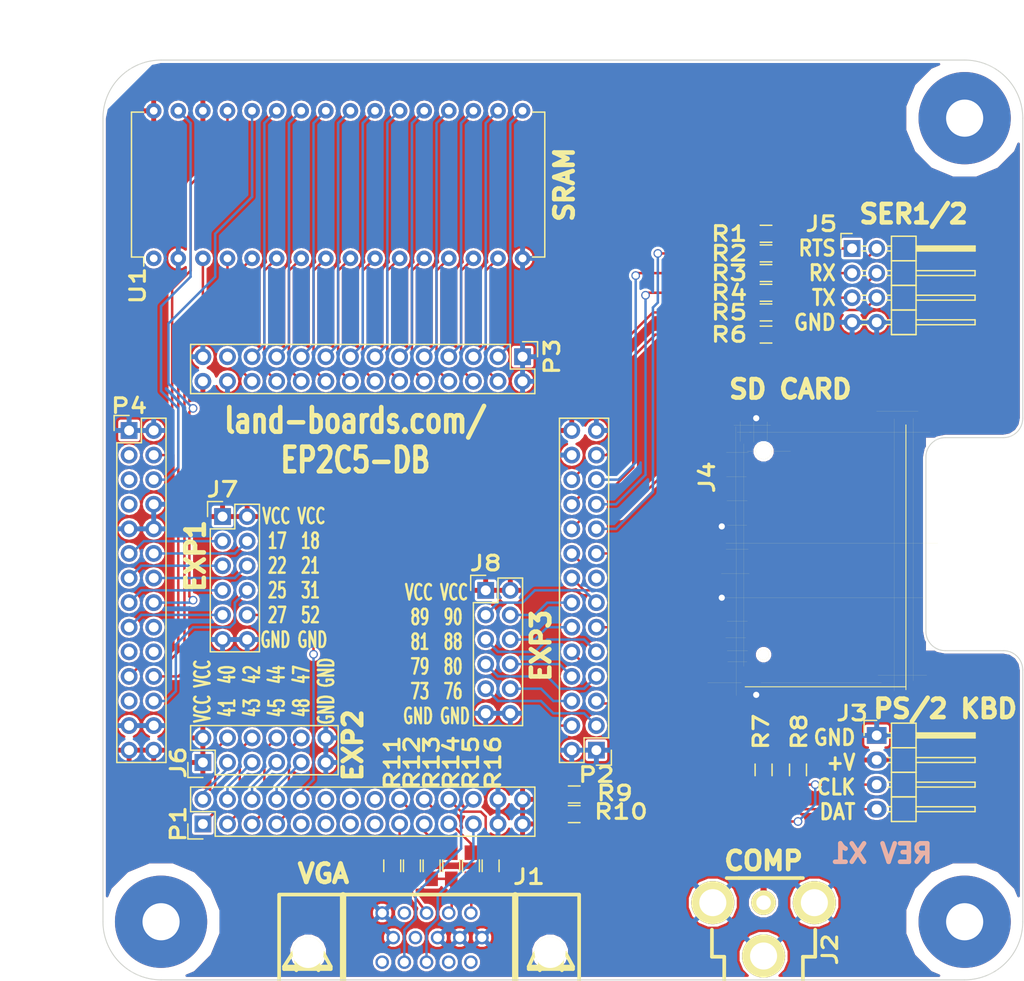
<source format=kicad_pcb>
(kicad_pcb (version 4) (host pcbnew 4.0.1-stable)
  (title_block (title EP2C5-DB) (date 2016-12-29) (rev X2) (company land-boards.com))
  (layers (0 F.Cu signal hide) (31 B.Cu signal) (36 B.SilkS user) (37 F.SilkS user) (38 B.Mask user) (39 F.Mask user) (44 Edge.Cuts user))
  (net 0 "")
  (net 1 GND)
  (net 2 VCC)
  (net 3 /P63)
  (net 4 /P64)
  (net 5 /P65)
  (net 6 /P67)
  (net 7 /P71)
  (net 8 /P72)
  (net 9 /P112)
  (net 10 /P113)
  (net 11 /P114)
  (net 12 /P115)
  (net 13 /P118)
  (net 14 /P119)
  (net 15 /P120)
  (net 16 /P121)
  (net 17 /P122)
  (net 18 /P125)
  (net 19 /P126)
  (net 20 /P129)
  (net 21 /P132)
  (net 22 /P133)
  (net 23 /P134)
  (net 24 /P135)
  (net 25 /P136)
  (net 26 /P137)
  (net 27 /P139)
  (net 28 /P141)
  (net 29 /P142)
  (net 30 /P143)
  (net 31 /P8)
  (net 32 /P24)
  (net 33 /P30)
  (net 34 /P28)
  (net 35 /P4)
  (net 36 /P86)
  (net 37 /P87)
  (net 38 /P96)
  (net 39 /P99)
  (net 40 /P100)
  (net 41 /P101)
  (net 42 /P103)
  (net 43 /P104)
  (net 44 /P74)
  (net 45 /P75)
  (net 46 /P97)
  (net 47 /P94)
  (net 48 /P40)
  (net 49 /P41)
  (net 50 /P42)
  (net 51 /P43)
  (net 52 /P44)
  (net 53 /P45)
  (net 54 /P47)
  (net 55 /P48)
  (net 56 /P69)
  (net 57 /P70)
  (net 58 /RTS1)
  (net 59 /RTS2)
  (net 60 /RX1)
  (net 61 /RX2)
  (net 62 /TX1)
  (net 63 /TX2)
  (net 64 "Net-(J1-Pad3)")
  (net 65 "Net-(J1-Pad2)")
  (net 66 "Net-(J1-Pad1)")
  (net 67 "Net-(J2-Pad4)")
  (net 68 /P52)
  (net 69 /P17)
  (net 70 /P18)
  (net 71 /P22)
  (net 72 /P21)
  (net 73 /P25)
  (net 74 /P27)
  (net 75 /P31)
  (net 76 /P73)
  (net 77 /P76)
  (net 78 /P79)
  (net 79 /P80)
  (net 80 /P81)
  (net 81 /P88)
  (net 82 /P89)
  (net 83 /P90)
  (net 84 /P92)
  (net 85 /P93)
  (module MTG-6-32 (layer F.Cu) (at 99 16 180)
    (fp_text reference MTG3 hide)
    (fp_text value MTG_HOLE hide)
    (pad 1 thru_hole circle (at 0 0 180) (size 9.525 9.525) (drill 3.8354) (layers *.Cu *.Mask) (clearance 1.27))
  )
  (module MTG-6-32 (layer F.Cu) (at 99 99 180)
    (fp_text reference MTG1 hide)
    (fp_text value MTG_HOLE hide)
    (pad 1 thru_hole circle (at 0 0 180) (size 9.525 9.525) (drill 3.8354) (layers *.Cu *.Mask) (clearance 1.27))
  )
  (module Pin_Headers:Pin_Header_Straight_2x14 (layer F.Cu) (at 20.32 88.9 90)
    (fp_text reference P1 (at 0 -2.54 90) (layer F.SilkS) (effects (font (size 1.524 1.905) (thickness 0.3175))))
    (fp_text value CONN_02X14 hide)
    (pad 1 thru_hole rect (at 0 0 90) (size 1.7272 1.7272) (drill 1.016) (layers *.Cu *.Mask) (net 48 /P40))
    (pad 2 thru_hole oval (at 2.54 0 90) (size 1.7272 1.7272) (drill 1.016) (layers *.Cu *.Mask) (net 49 /P41))
    (pad 3 thru_hole oval (at 0 2.54 90) (size 1.7272 1.7272) (drill 1.016) (layers *.Cu *.Mask) (net 50 /P42))
    (pad 4 thru_hole oval (at 2.54 2.54 90) (size 1.7272 1.7272) (drill 1.016) (layers *.Cu *.Mask) (net 51 /P43))
    (pad 5 thru_hole oval (at 0 5.08 90) (size 1.7272 1.7272) (drill 1.016) (layers *.Cu *.Mask) (net 52 /P44))
    (pad 6 thru_hole oval (at 2.54 5.08 90) (size 1.7272 1.7272) (drill 1.016) (layers *.Cu *.Mask) (net 53 /P45))
    (pad 7 thru_hole oval (at 0 7.62 90) (size 1.7272 1.7272) (drill 1.016) (layers *.Cu *.Mask) (net 54 /P47))
    (pad 8 thru_hole oval (at 2.54 7.62 90) (size 1.7272 1.7272) (drill 1.016) (layers *.Cu *.Mask) (net 55 /P48))
    (pad 9 thru_hole oval (at 0 10.16 90) (size 1.7272 1.7272) (drill 1.016) (layers *.Cu *.Mask))
    (pad 10 thru_hole oval (at 2.54 10.16 90) (size 1.7272 1.7272) (drill 1.016) (layers *.Cu *.Mask) (net 68 /P52))
    (pad 11 thru_hole oval (at 0 12.7 90) (size 1.7272 1.7272) (drill 1.016) (layers *.Cu *.Mask))
    (pad 12 thru_hole oval (at 2.54 12.7 90) (size 1.7272 1.7272) (drill 1.016) (layers *.Cu *.Mask))
    (pad 13 thru_hole oval (at 0 15.24 90) (size 1.7272 1.7272) (drill 1.016) (layers *.Cu *.Mask))
    (pad 14 thru_hole oval (at 2.54 15.24 90) (size 1.7272 1.7272) (drill 1.016) (layers *.Cu *.Mask))
    (pad 15 thru_hole oval (at 0 17.78 90) (size 1.7272 1.7272) (drill 1.016) (layers *.Cu *.Mask))
    (pad 16 thru_hole oval (at 2.54 17.78 90) (size 1.7272 1.7272) (drill 1.016) (layers *.Cu *.Mask))
    (pad 17 thru_hole oval (at 0 20.32 90) (size 1.7272 1.7272) (drill 1.016) (layers *.Cu *.Mask) (net 3 /P63))
    (pad 18 thru_hole oval (at 2.54 20.32 90) (size 1.7272 1.7272) (drill 1.016) (layers *.Cu *.Mask) (net 4 /P64))
    (pad 19 thru_hole oval (at 0 22.86 90) (size 1.7272 1.7272) (drill 1.016) (layers *.Cu *.Mask) (net 5 /P65))
    (pad 20 thru_hole oval (at 2.54 22.86 90) (size 1.7272 1.7272) (drill 1.016) (layers *.Cu *.Mask) (net 6 /P67))
    (pad 21 thru_hole oval (at 0 25.4 90) (size 1.7272 1.7272) (drill 1.016) (layers *.Cu *.Mask) (net 56 /P69))
    (pad 22 thru_hole oval (at 2.54 25.4 90) (size 1.7272 1.7272) (drill 1.016) (layers *.Cu *.Mask) (net 57 /P70))
    (pad 23 thru_hole oval (at 0 27.94 90) (size 1.7272 1.7272) (drill 1.016) (layers *.Cu *.Mask) (net 7 /P71))
    (pad 24 thru_hole oval (at 2.54 27.94 90) (size 1.7272 1.7272) (drill 1.016) (layers *.Cu *.Mask) (net 8 /P72))
    (pad 25 thru_hole oval (at 0 30.48 90) (size 1.7272 1.7272) (drill 1.016) (layers *.Cu *.Mask) (net 1 GND))
    (pad 26 thru_hole oval (at 2.54 30.48 90) (size 1.7272 1.7272) (drill 1.016) (layers *.Cu *.Mask) (net 1 GND))
    (pad 27 thru_hole oval (at 0 33.02 90) (size 1.7272 1.7272) (drill 1.016) (layers *.Cu *.Mask) (net 2 VCC))
    (pad 28 thru_hole oval (at 2.54 33.02 90) (size 1.7272 1.7272) (drill 1.016) (layers *.Cu *.Mask) (net 2 VCC))
  )
  (module Pin_Headers:Pin_Header_Straight_2x14 (layer F.Cu) (at 60.96 81.28 180)
    (fp_text reference P2 (at 0 -2.54 180) (layer F.SilkS) (effects (font (size 1.524 1.905) (thickness 0.3175))))
    (fp_text value CONN_02X14 hide)
    (pad 1 thru_hole rect (at 0 0 180) (size 1.7272 1.7272) (drill 1.016) (layers *.Cu *.Mask) (net 1 GND))
    (pad 2 thru_hole oval (at 2.54 0 180) (size 1.7272 1.7272) (drill 1.016) (layers *.Cu *.Mask) (net 1 GND))
    (pad 3 thru_hole oval (at 0 2.54 180) (size 1.7272 1.7272) (drill 1.016) (layers *.Cu *.Mask) (net 76 /P73))
    (pad 4 thru_hole oval (at 2.54 2.54 180) (size 1.7272 1.7272) (drill 1.016) (layers *.Cu *.Mask) (net 44 /P74))
    (pad 5 thru_hole oval (at 0 5.08 180) (size 1.7272 1.7272) (drill 1.016) (layers *.Cu *.Mask) (net 45 /P75))
    (pad 6 thru_hole oval (at 2.54 5.08 180) (size 1.7272 1.7272) (drill 1.016) (layers *.Cu *.Mask) (net 77 /P76))
    (pad 7 thru_hole oval (at 0 7.62 180) (size 1.7272 1.7272) (drill 1.016) (layers *.Cu *.Mask) (net 78 /P79))
    (pad 8 thru_hole oval (at 2.54 7.62 180) (size 1.7272 1.7272) (drill 1.016) (layers *.Cu *.Mask) (net 79 /P80))
    (pad 9 thru_hole oval (at 0 10.16 180) (size 1.7272 1.7272) (drill 1.016) (layers *.Cu *.Mask) (net 80 /P81))
    (pad 10 thru_hole oval (at 2.54 10.16 180) (size 1.7272 1.7272) (drill 1.016) (layers *.Cu *.Mask) (net 36 /P86))
    (pad 11 thru_hole oval (at 0 12.7 180) (size 1.7272 1.7272) (drill 1.016) (layers *.Cu *.Mask) (net 37 /P87))
    (pad 12 thru_hole oval (at 2.54 12.7 180) (size 1.7272 1.7272) (drill 1.016) (layers *.Cu *.Mask) (net 81 /P88))
    (pad 13 thru_hole oval (at 0 15.24 180) (size 1.7272 1.7272) (drill 1.016) (layers *.Cu *.Mask) (net 82 /P89))
    (pad 14 thru_hole oval (at 2.54 15.24 180) (size 1.7272 1.7272) (drill 1.016) (layers *.Cu *.Mask) (net 83 /P90))
    (pad 15 thru_hole oval (at 0 17.78 180) (size 1.7272 1.7272) (drill 1.016) (layers *.Cu *.Mask))
    (pad 16 thru_hole oval (at 2.54 17.78 180) (size 1.7272 1.7272) (drill 1.016) (layers *.Cu *.Mask) (net 84 /P92))
    (pad 17 thru_hole oval (at 0 20.32 180) (size 1.7272 1.7272) (drill 1.016) (layers *.Cu *.Mask) (net 85 /P93))
    (pad 18 thru_hole oval (at 2.54 20.32 180) (size 1.7272 1.7272) (drill 1.016) (layers *.Cu *.Mask) (net 47 /P94))
    (pad 19 thru_hole oval (at 0 22.86 180) (size 1.7272 1.7272) (drill 1.016) (layers *.Cu *.Mask) (net 38 /P96))
    (pad 20 thru_hole oval (at 2.54 22.86 180) (size 1.7272 1.7272) (drill 1.016) (layers *.Cu *.Mask) (net 46 /P97))
    (pad 21 thru_hole oval (at 0 25.4 180) (size 1.7272 1.7272) (drill 1.016) (layers *.Cu *.Mask) (net 39 /P99))
    (pad 22 thru_hole oval (at 2.54 25.4 180) (size 1.7272 1.7272) (drill 1.016) (layers *.Cu *.Mask) (net 40 /P100))
    (pad 23 thru_hole oval (at 0 27.94 180) (size 1.7272 1.7272) (drill 1.016) (layers *.Cu *.Mask) (net 41 /P101))
    (pad 24 thru_hole oval (at 2.54 27.94 180) (size 1.7272 1.7272) (drill 1.016) (layers *.Cu *.Mask) (net 42 /P103))
    (pad 25 thru_hole oval (at 0 30.48 180) (size 1.7272 1.7272) (drill 1.016) (layers *.Cu *.Mask) (net 43 /P104))
    (pad 26 thru_hole oval (at 2.54 30.48 180) (size 1.7272 1.7272) (drill 1.016) (layers *.Cu *.Mask) (net 1 GND))
    (pad 27 thru_hole oval (at 0 33.02 180) (size 1.7272 1.7272) (drill 1.016) (layers *.Cu *.Mask) (net 1 GND))
    (pad 28 thru_hole oval (at 2.54 33.02 180) (size 1.7272 1.7272) (drill 1.016) (layers *.Cu *.Mask) (net 2 VCC))
  )
  (module Pin_Headers:Pin_Header_Straight_2x14 (layer F.Cu) (at 53.34 40.64 270)
    (fp_text reference P3 (at 0 -3.048 270) (layer F.SilkS) (effects (font (size 1.524 1.905) (thickness 0.3175))))
    (fp_text value CONN_02X14 hide)
    (pad 1 thru_hole rect (at 0 0 270) (size 1.7272 1.7272) (drill 1.016) (layers *.Cu *.Mask) (net 1 GND))
    (pad 2 thru_hole oval (at 2.54 0 270) (size 1.7272 1.7272) (drill 1.016) (layers *.Cu *.Mask) (net 1 GND))
    (pad 3 thru_hole oval (at 0 2.54 270) (size 1.7272 1.7272) (drill 1.016) (layers *.Cu *.Mask) (net 9 /P112))
    (pad 4 thru_hole oval (at 2.54 2.54 270) (size 1.7272 1.7272) (drill 1.016) (layers *.Cu *.Mask) (net 10 /P113))
    (pad 5 thru_hole oval (at 0 5.08 270) (size 1.7272 1.7272) (drill 1.016) (layers *.Cu *.Mask) (net 11 /P114))
    (pad 6 thru_hole oval (at 2.54 5.08 270) (size 1.7272 1.7272) (drill 1.016) (layers *.Cu *.Mask) (net 12 /P115))
    (pad 7 thru_hole oval (at 0 7.62 270) (size 1.7272 1.7272) (drill 1.016) (layers *.Cu *.Mask) (net 13 /P118))
    (pad 8 thru_hole oval (at 2.54 7.62 270) (size 1.7272 1.7272) (drill 1.016) (layers *.Cu *.Mask) (net 14 /P119))
    (pad 9 thru_hole oval (at 0 10.16 270) (size 1.7272 1.7272) (drill 1.016) (layers *.Cu *.Mask) (net 15 /P120))
    (pad 10 thru_hole oval (at 2.54 10.16 270) (size 1.7272 1.7272) (drill 1.016) (layers *.Cu *.Mask) (net 16 /P121))
    (pad 11 thru_hole oval (at 0 12.7 270) (size 1.7272 1.7272) (drill 1.016) (layers *.Cu *.Mask) (net 17 /P122))
    (pad 12 thru_hole oval (at 2.54 12.7 270) (size 1.7272 1.7272) (drill 1.016) (layers *.Cu *.Mask) (net 18 /P125))
    (pad 13 thru_hole oval (at 0 15.24 270) (size 1.7272 1.7272) (drill 1.016) (layers *.Cu *.Mask) (net 19 /P126))
    (pad 14 thru_hole oval (at 2.54 15.24 270) (size 1.7272 1.7272) (drill 1.016) (layers *.Cu *.Mask) (net 20 /P129))
    (pad 15 thru_hole oval (at 0 17.78 270) (size 1.7272 1.7272) (drill 1.016) (layers *.Cu *.Mask) (net 21 /P132))
    (pad 16 thru_hole oval (at 2.54 17.78 270) (size 1.7272 1.7272) (drill 1.016) (layers *.Cu *.Mask) (net 22 /P133))
    (pad 17 thru_hole oval (at 0 20.32 270) (size 1.7272 1.7272) (drill 1.016) (layers *.Cu *.Mask) (net 23 /P134))
    (pad 18 thru_hole oval (at 2.54 20.32 270) (size 1.7272 1.7272) (drill 1.016) (layers *.Cu *.Mask) (net 24 /P135))
    (pad 19 thru_hole oval (at 0 22.86 270) (size 1.7272 1.7272) (drill 1.016) (layers *.Cu *.Mask) (net 25 /P136))
    (pad 20 thru_hole oval (at 2.54 22.86 270) (size 1.7272 1.7272) (drill 1.016) (layers *.Cu *.Mask) (net 26 /P137))
    (pad 21 thru_hole oval (at 0 25.4 270) (size 1.7272 1.7272) (drill 1.016) (layers *.Cu *.Mask) (net 27 /P139))
    (pad 22 thru_hole oval (at 2.54 25.4 270) (size 1.7272 1.7272) (drill 1.016) (layers *.Cu *.Mask) (net 28 /P141))
    (pad 23 thru_hole oval (at 0 27.94 270) (size 1.7272 1.7272) (drill 1.016) (layers *.Cu *.Mask) (net 29 /P142))
    (pad 24 thru_hole oval (at 2.54 27.94 270) (size 1.7272 1.7272) (drill 1.016) (layers *.Cu *.Mask) (net 30 /P143))
    (pad 25 thru_hole oval (at 0 30.48 270) (size 1.7272 1.7272) (drill 1.016) (layers *.Cu *.Mask))
    (pad 26 thru_hole oval (at 2.54 30.48 270) (size 1.7272 1.7272) (drill 1.016) (layers *.Cu *.Mask) (net 1 GND))
    (pad 27 thru_hole oval (at 0 33.02 270) (size 1.7272 1.7272) (drill 1.016) (layers *.Cu *.Mask) (net 1 GND))
    (pad 28 thru_hole oval (at 2.54 33.02 270) (size 1.7272 1.7272) (drill 1.016) (layers *.Cu *.Mask) (net 2 VCC))
  )
  (module Pin_Headers:Pin_Header_Straight_2x14 (layer F.Cu) (at 12.7 48.26)
    (fp_text reference P4 (at 0 -2.54) (layer F.SilkS) (effects (font (size 1.524 1.905) (thickness 0.3175))))
    (fp_text value CONN_02X14 hide)
    (pad 1 thru_hole rect (at 0 0) (size 1.7272 1.7272) (drill 1.016) (layers *.Cu *.Mask) (net 1 GND))
    (pad 2 thru_hole oval (at 2.54 0) (size 1.7272 1.7272) (drill 1.016) (layers *.Cu *.Mask) (net 1 GND))
    (pad 3 thru_hole oval (at 0 2.54) (size 1.7272 1.7272) (drill 1.016) (layers *.Cu *.Mask))
    (pad 4 thru_hole oval (at 2.54 2.54) (size 1.7272 1.7272) (drill 1.016) (layers *.Cu *.Mask) (net 35 /P4))
    (pad 5 thru_hole oval (at 0 5.08) (size 1.7272 1.7272) (drill 1.016) (layers *.Cu *.Mask))
    (pad 6 thru_hole oval (at 2.54 5.08) (size 1.7272 1.7272) (drill 1.016) (layers *.Cu *.Mask) (net 31 /P8))
    (pad 7 thru_hole oval (at 0 7.62) (size 1.7272 1.7272) (drill 1.016) (layers *.Cu *.Mask))
    (pad 8 thru_hole oval (at 2.54 7.62) (size 1.7272 1.7272) (drill 1.016) (layers *.Cu *.Mask) (net 1 GND))
    (pad 9 thru_hole oval (at 0 10.16) (size 1.7272 1.7272) (drill 1.016) (layers *.Cu *.Mask) (net 1 GND))
    (pad 10 thru_hole oval (at 2.54 10.16) (size 1.7272 1.7272) (drill 1.016) (layers *.Cu *.Mask) (net 1 GND))
    (pad 11 thru_hole oval (at 0 12.7) (size 1.7272 1.7272) (drill 1.016) (layers *.Cu *.Mask) (net 69 /P17))
    (pad 12 thru_hole oval (at 2.54 12.7) (size 1.7272 1.7272) (drill 1.016) (layers *.Cu *.Mask) (net 70 /P18))
    (pad 13 thru_hole oval (at 0 15.24) (size 1.7272 1.7272) (drill 1.016) (layers *.Cu *.Mask) (net 71 /P22))
    (pad 14 thru_hole oval (at 2.54 15.24) (size 1.7272 1.7272) (drill 1.016) (layers *.Cu *.Mask) (net 72 /P21))
    (pad 15 thru_hole oval (at 0 17.78) (size 1.7272 1.7272) (drill 1.016) (layers *.Cu *.Mask) (net 73 /P25))
    (pad 16 thru_hole oval (at 2.54 17.78) (size 1.7272 1.7272) (drill 1.016) (layers *.Cu *.Mask) (net 32 /P24))
    (pad 17 thru_hole oval (at 0 20.32) (size 1.7272 1.7272) (drill 1.016) (layers *.Cu *.Mask) (net 74 /P27))
    (pad 18 thru_hole oval (at 2.54 20.32) (size 1.7272 1.7272) (drill 1.016) (layers *.Cu *.Mask))
    (pad 19 thru_hole oval (at 0 22.86) (size 1.7272 1.7272) (drill 1.016) (layers *.Cu *.Mask))
    (pad 20 thru_hole oval (at 2.54 22.86) (size 1.7272 1.7272) (drill 1.016) (layers *.Cu *.Mask))
    (pad 21 thru_hole oval (at 0 25.4) (size 1.7272 1.7272) (drill 1.016) (layers *.Cu *.Mask) (net 33 /P30))
    (pad 22 thru_hole oval (at 2.54 25.4) (size 1.7272 1.7272) (drill 1.016) (layers *.Cu *.Mask) (net 34 /P28))
    (pad 23 thru_hole oval (at 0 27.94) (size 1.7272 1.7272) (drill 1.016) (layers *.Cu *.Mask))
    (pad 24 thru_hole oval (at 2.54 27.94) (size 1.7272 1.7272) (drill 1.016) (layers *.Cu *.Mask) (net 75 /P31))
    (pad 25 thru_hole oval (at 0 30.48) (size 1.7272 1.7272) (drill 1.016) (layers *.Cu *.Mask) (net 1 GND))
    (pad 26 thru_hole oval (at 2.54 30.48) (size 1.7272 1.7272) (drill 1.016) (layers *.Cu *.Mask) (net 1 GND))
    (pad 27 thru_hole oval (at 0 33.02) (size 1.7272 1.7272) (drill 1.016) (layers *.Cu *.Mask) (net 2 VCC))
    (pad 28 thru_hole oval (at 2.54 33.02) (size 1.7272 1.7272) (drill 1.016) (layers *.Cu *.Mask) (net 2 VCC))
  )
  (module Housings_DIP:DIP-32_W15.24mm (layer F.Cu) (at 15.24 30.48 90)
    (fp_text reference U1 (at -2.8194 -1.651 90) (layer F.SilkS) (effects (font (size 1.524 1.905) (thickness 0.3175))))
    (fp_text value AS6C1008 hide)
    (pad 1 thru_hole oval (at 0 0 90) (size 1.6 1.6) (drill 0.8) (layers *.Cu *.Mask))
    (pad 2 thru_hole oval (at 0 2.54 90) (size 1.6 1.6) (drill 0.8) (layers *.Cu *.Mask) (net 1 GND))
    (pad 3 thru_hole oval (at 0 5.08 90) (size 1.6 1.6) (drill 0.8) (layers *.Cu *.Mask) (net 33 /P30))
    (pad 4 thru_hole oval (at 0 7.62 90) (size 1.6 1.6) (drill 0.8) (layers *.Cu *.Mask) (net 34 /P28))
    (pad 5 thru_hole oval (at 0 10.16 90) (size 1.6 1.6) (drill 0.8) (layers *.Cu *.Mask) (net 30 /P143))
    (pad 6 thru_hole oval (at 0 12.7 90) (size 1.6 1.6) (drill 0.8) (layers *.Cu *.Mask) (net 28 /P141))
    (pad 7 thru_hole oval (at 0 15.24 90) (size 1.6 1.6) (drill 0.8) (layers *.Cu *.Mask) (net 26 /P137))
    (pad 8 thru_hole oval (at 0 17.78 90) (size 1.6 1.6) (drill 0.8) (layers *.Cu *.Mask) (net 24 /P135))
    (pad 9 thru_hole oval (at 0 20.32 90) (size 1.6 1.6) (drill 0.8) (layers *.Cu *.Mask) (net 22 /P133))
    (pad 10 thru_hole oval (at 0 22.86 90) (size 1.6 1.6) (drill 0.8) (layers *.Cu *.Mask) (net 20 /P129))
    (pad 11 thru_hole oval (at 0 25.4 90) (size 1.6 1.6) (drill 0.8) (layers *.Cu *.Mask) (net 18 /P125))
    (pad 12 thru_hole oval (at 0 27.94 90) (size 1.6 1.6) (drill 0.8) (layers *.Cu *.Mask) (net 16 /P121))
    (pad 13 thru_hole oval (at 0 30.48 90) (size 1.6 1.6) (drill 0.8) (layers *.Cu *.Mask) (net 14 /P119))
    (pad 14 thru_hole oval (at 0 33.02 90) (size 1.6 1.6) (drill 0.8) (layers *.Cu *.Mask) (net 12 /P115))
    (pad 15 thru_hole oval (at 0 35.56 90) (size 1.6 1.6) (drill 0.8) (layers *.Cu *.Mask) (net 10 /P113))
    (pad 16 thru_hole oval (at 0 38.1 90) (size 1.6 1.6) (drill 0.8) (layers *.Cu *.Mask) (net 1 GND))
    (pad 17 thru_hole oval (at 15.24 38.1 90) (size 1.6 1.6) (drill 0.8) (layers *.Cu *.Mask) (net 9 /P112))
    (pad 18 thru_hole oval (at 15.24 35.56 90) (size 1.6 1.6) (drill 0.8) (layers *.Cu *.Mask) (net 11 /P114))
    (pad 19 thru_hole oval (at 15.24 33.02 90) (size 1.6 1.6) (drill 0.8) (layers *.Cu *.Mask) (net 13 /P118))
    (pad 20 thru_hole oval (at 15.24 30.48 90) (size 1.6 1.6) (drill 0.8) (layers *.Cu *.Mask) (net 15 /P120))
    (pad 21 thru_hole oval (at 15.24 27.94 90) (size 1.6 1.6) (drill 0.8) (layers *.Cu *.Mask) (net 17 /P122))
    (pad 22 thru_hole oval (at 15.24 25.4 90) (size 1.6 1.6) (drill 0.8) (layers *.Cu *.Mask) (net 19 /P126))
    (pad 23 thru_hole oval (at 15.24 22.86 90) (size 1.6 1.6) (drill 0.8) (layers *.Cu *.Mask) (net 21 /P132))
    (pad 24 thru_hole oval (at 15.24 20.32 90) (size 1.6 1.6) (drill 0.8) (layers *.Cu *.Mask) (net 23 /P134))
    (pad 25 thru_hole oval (at 15.24 17.78 90) (size 1.6 1.6) (drill 0.8) (layers *.Cu *.Mask) (net 25 /P136))
    (pad 26 thru_hole oval (at 15.24 15.24 90) (size 1.6 1.6) (drill 0.8) (layers *.Cu *.Mask) (net 27 /P139))
    (pad 27 thru_hole oval (at 15.24 12.7 90) (size 1.6 1.6) (drill 0.8) (layers *.Cu *.Mask) (net 29 /P142))
    (pad 28 thru_hole oval (at 15.24 10.16 90) (size 1.6 1.6) (drill 0.8) (layers *.Cu *.Mask) (net 32 /P24))
    (pad 29 thru_hole oval (at 15.24 7.62 90) (size 1.6 1.6) (drill 0.8) (layers *.Cu *.Mask) (net 35 /P4))
    (pad 30 thru_hole oval (at 15.24 5.08 90) (size 1.6 1.6) (drill 0.8) (layers *.Cu *.Mask) (net 2 VCC))
    (pad 31 thru_hole oval (at 15.24 2.54 90) (size 1.6 1.6) (drill 0.8) (layers *.Cu *.Mask) (net 31 /P8))
    (pad 32 thru_hole oval (at 15.24 0 90) (size 1.6 1.6) (drill 0.8) (layers *.Cu *.Mask) (net 2 VCC))
  )
  (module DougsNewMods:RCA (layer F.Cu) (at 78.232 97.028 180)
    (fp_text reference J2 (at -6.858 -4.826 270) (layer F.SilkS) (effects (font (size 1.524 1.905) (thickness 0.3175))))
    (fp_text value RCA-JACK hide)
    (pad 1 thru_hole circle (at 0 -5.5118 180) (size 4.445 4.445) (drill 2.794) (layers *.Cu *.Mask F.SilkS) (net 1 GND))
    (pad 2 thru_hole circle (at -5.2451 0 180) (size 4.445 4.445) (drill 2.794) (layers *.Cu *.Mask F.SilkS) (net 1 GND))
    (pad 3 thru_hole circle (at 5.2451 0 180) (size 4.445 4.445) (drill 2.794) (layers *.Cu *.Mask F.SilkS) (net 1 GND))
    (pad 4 thru_hole circle (at 0 0 180) (size 2.54 2.54) (drill 1.4986) (layers *.Cu *.Mask F.SilkS) (net 67 "Net-(J2-Pad4)"))
  )
  (module Pin_Headers:Pin_Header_Straight_2x06 (layer F.Cu) (at 20.32 82.55 90)
    (fp_text reference J6 (at 0 -2.54 90) (layer F.SilkS) (effects (font (size 1.524 1.905) (thickness 0.3175))))
    (fp_text value CONN_02X06 hide)
    (pad 1 thru_hole rect (at 0 0 90) (size 1.7272 1.7272) (drill 1.016) (layers *.Cu *.Mask) (net 2 VCC))
    (pad 2 thru_hole oval (at 2.54 0 90) (size 1.7272 1.7272) (drill 1.016) (layers *.Cu *.Mask) (net 2 VCC))
    (pad 3 thru_hole oval (at 0 2.54 90) (size 1.7272 1.7272) (drill 1.016) (layers *.Cu *.Mask) (net 49 /P41))
    (pad 4 thru_hole oval (at 2.54 2.54 90) (size 1.7272 1.7272) (drill 1.016) (layers *.Cu *.Mask) (net 48 /P40))
    (pad 5 thru_hole oval (at 0 5.08 90) (size 1.7272 1.7272) (drill 1.016) (layers *.Cu *.Mask) (net 51 /P43))
    (pad 6 thru_hole oval (at 2.54 5.08 90) (size 1.7272 1.7272) (drill 1.016) (layers *.Cu *.Mask) (net 50 /P42))
    (pad 7 thru_hole oval (at 0 7.62 90) (size 1.7272 1.7272) (drill 1.016) (layers *.Cu *.Mask) (net 53 /P45))
    (pad 8 thru_hole oval (at 2.54 7.62 90) (size 1.7272 1.7272) (drill 1.016) (layers *.Cu *.Mask) (net 52 /P44))
    (pad 9 thru_hole oval (at 0 10.16 90) (size 1.7272 1.7272) (drill 1.016) (layers *.Cu *.Mask) (net 55 /P48))
    (pad 10 thru_hole oval (at 2.54 10.16 90) (size 1.7272 1.7272) (drill 1.016) (layers *.Cu *.Mask) (net 54 /P47))
    (pad 11 thru_hole oval (at 0 12.7 90) (size 1.7272 1.7272) (drill 1.016) (layers *.Cu *.Mask) (net 1 GND))
    (pad 12 thru_hole oval (at 2.54 12.7 90) (size 1.7272 1.7272) (drill 1.016) (layers *.Cu *.Mask) (net 1 GND))
  )
  (module Resistors_SMD:R_0805_HandSoldering (layer F.Cu) (at 48.006 93.218 270)
    (fp_text reference R15 (at -10.668 0 270) (layer F.SilkS) (effects (font (size 1.524 1.905) (thickness 0.3175))))
    (fp_text value 470 hide)
    (pad 1 smd rect (at -1.35 0 270) (size 1.5 1.3) (layers F.Cu F.Mask) (net 56 /P69))
    (pad 2 smd rect (at 1.35 0 270) (size 1.5 1.3) (layers F.Cu F.Mask) (net 66 "Net-(J1-Pad1)"))
  )
  (module Resistors_SMD:R_0805_HandSoldering (layer F.Cu) (at 50.038 93.218 270)
    (fp_text reference R16 (at -10.668 -0.254 270) (layer F.SilkS) (effects (font (size 1.524 1.905) (thickness 0.3175))))
    (fp_text value 680 hide)
    (pad 1 smd rect (at -1.35 0 270) (size 1.5 1.3) (layers F.Cu F.Mask) (net 57 /P70))
    (pad 2 smd rect (at 1.35 0 270) (size 1.5 1.3) (layers F.Cu F.Mask) (net 66 "Net-(J1-Pad1)"))
  )
  (module Resistors_SMD:R_0805_HandSoldering (layer F.Cu) (at 43.942 93.218 270)
    (fp_text reference R13 (at -10.668 0 270) (layer F.SilkS) (effects (font (size 1.524 1.905) (thickness 0.3175))))
    (fp_text value 470 hide)
    (pad 1 smd rect (at -1.35 0 270) (size 1.5 1.3) (layers F.Cu F.Mask) (net 5 /P65))
    (pad 2 smd rect (at 1.35 0 270) (size 1.5 1.3) (layers F.Cu F.Mask) (net 65 "Net-(J1-Pad2)"))
  )
  (module Resistors_SMD:R_0805_HandSoldering (layer F.Cu) (at 45.974 93.218 270)
    (fp_text reference R14 (at -10.668 0 270) (layer F.SilkS) (effects (font (size 1.524 1.905) (thickness 0.3175))))
    (fp_text value 680 hide)
    (pad 1 smd rect (at -1.35 0 270) (size 1.5 1.3) (layers F.Cu F.Mask) (net 6 /P67))
    (pad 2 smd rect (at 1.35 0 270) (size 1.5 1.3) (layers F.Cu F.Mask) (net 65 "Net-(J1-Pad2)"))
  )
  (module Resistors_SMD:R_0805_HandSoldering (layer F.Cu) (at 41.91 93.218 270)
    (fp_text reference R12 (at -10.668 0 270) (layer F.SilkS) (effects (font (size 1.524 1.905) (thickness 0.3175))))
    (fp_text value 680 hide)
    (pad 1 smd rect (at -1.35 0 270) (size 1.5 1.3) (layers F.Cu F.Mask) (net 4 /P64))
    (pad 2 smd rect (at 1.35 0 270) (size 1.5 1.3) (layers F.Cu F.Mask) (net 64 "Net-(J1-Pad3)"))
  )
  (module Resistors_SMD:R_0805_HandSoldering (layer F.Cu) (at 58.674 85.852)
    (fp_text reference R9 (at 4.191 -0.127) (layer F.SilkS) (effects (font (size 1.524 1.905) (thickness 0.3175))))
    (fp_text value 470 hide)
    (pad 1 smd rect (at -1.35 0) (size 1.5 1.3) (layers F.Cu F.Mask) (net 45 /P75))
    (pad 2 smd rect (at 1.35 0) (size 1.5 1.3) (layers F.Cu F.Mask) (net 67 "Net-(J2-Pad4)"))
  )
  (module Resistors_SMD:R_0805_HandSoldering (layer F.Cu) (at 58.674 87.884)
    (fp_text reference R10 (at 4.826 -0.254) (layer F.SilkS) (effects (font (size 1.524 1.905) (thickness 0.3175))))
    (fp_text value 1K hide)
    (pad 1 smd rect (at -1.35 0) (size 1.5 1.3) (layers F.Cu F.Mask) (net 44 /P74))
    (pad 2 smd rect (at 1.35 0) (size 1.5 1.3) (layers F.Cu F.Mask) (net 67 "Net-(J2-Pad4)"))
  )
  (module Resistors_SMD:R_0805_HandSoldering (layer F.Cu) (at 81.788 83.312 270)
    (fp_text reference R8 (at -3.937 -0.127 270) (layer F.SilkS) (effects (font (size 1.524 1.905) (thickness 0.3175))))
    (fp_text value 10K hide)
    (pad 1 smd rect (at -1.35 0 270) (size 1.5 1.3) (layers F.Cu F.Mask) (net 2 VCC))
    (pad 2 smd rect (at 1.35 0 270) (size 1.5 1.3) (layers F.Cu F.Mask) (net 36 /P86))
  )
  (module Resistors_SMD:R_0805_HandSoldering (layer F.Cu) (at 78.232 83.312 270)
    (fp_text reference R7 (at -3.937 0.254 270) (layer F.SilkS) (effects (font (size 1.524 1.905) (thickness 0.3175))))
    (fp_text value 10K hide)
    (pad 1 smd rect (at -1.35 0 270) (size 1.5 1.3) (layers F.Cu F.Mask) (net 2 VCC))
    (pad 2 smd rect (at 1.35 0 270) (size 1.5 1.3) (layers F.Cu F.Mask) (net 37 /P87))
  )
  (module Resistors_SMD:R_0805_HandSoldering (layer F.Cu) (at 78.486 27.94)
    (fp_text reference R1 (at -3.81 0) (layer F.SilkS) (effects (font (size 1.524 1.905) (thickness 0.3175))))
    (fp_text value 2.7K hide)
    (pad 1 smd rect (at -1.35 0) (size 1.5 1.3) (layers F.Cu F.Mask) (net 43 /P104))
    (pad 2 smd rect (at 1.35 0) (size 1.5 1.3) (layers F.Cu F.Mask) (net 58 /RTS1))
  )
  (module Resistors_SMD:R_0805_HandSoldering (layer F.Cu) (at 78.486 32.004)
    (fp_text reference R3 (at -3.81 0) (layer F.SilkS) (effects (font (size 1.524 1.905) (thickness 0.3175))))
    (fp_text value 2.7K hide)
    (pad 1 smd rect (at -1.35 0) (size 1.5 1.3) (layers F.Cu F.Mask) (net 41 /P101))
    (pad 2 smd rect (at 1.35 0) (size 1.5 1.3) (layers F.Cu F.Mask) (net 60 /RX1))
  )
  (module Resistors_SMD:R_0805_HandSoldering (layer F.Cu) (at 78.486 36.068)
    (fp_text reference R5 (at -3.81 0) (layer F.SilkS) (effects (font (size 1.524 1.905) (thickness 0.3175))))
    (fp_text value 2.7K hide)
    (pad 1 smd rect (at -1.35 0) (size 1.5 1.3) (layers F.Cu F.Mask) (net 42 /P103))
    (pad 2 smd rect (at 1.35 0) (size 1.5 1.3) (layers F.Cu F.Mask) (net 62 /TX1))
  )
  (module Resistors_SMD:R_0805_HandSoldering (layer F.Cu) (at 78.486 29.972 180)
    (fp_text reference R2 (at 3.81 0 180) (layer F.SilkS) (effects (font (size 1.524 1.905) (thickness 0.3175))))
    (fp_text value 2.7K hide)
    (pad 1 smd rect (at -1.35 0 180) (size 1.5 1.3) (layers F.Cu F.Mask) (net 59 /RTS2))
    (pad 2 smd rect (at 1.35 0 180) (size 1.5 1.3) (layers F.Cu F.Mask) (net 38 /P96))
  )
  (module Resistors_SMD:R_0805_HandSoldering (layer F.Cu) (at 78.486 34.036 180)
    (fp_text reference R4 (at 3.81 0 180) (layer F.SilkS) (effects (font (size 1.524 1.905) (thickness 0.3175))))
    (fp_text value 2.7K hide)
    (pad 1 smd rect (at -1.35 0 180) (size 1.5 1.3) (layers F.Cu F.Mask) (net 61 /RX2))
    (pad 2 smd rect (at 1.35 0 180) (size 1.5 1.3) (layers F.Cu F.Mask) (net 39 /P99))
  )
  (module Resistors_SMD:R_0805_HandSoldering (layer F.Cu) (at 78.486 38.354 180)
    (fp_text reference R6 (at 3.81 0 180) (layer F.SilkS) (effects (font (size 1.524 1.905) (thickness 0.3175))))
    (fp_text value 2.7K hide)
    (pad 1 smd rect (at -1.35 0 180) (size 1.5 1.3) (layers F.Cu F.Mask) (net 63 /TX2))
    (pad 2 smd rect (at 1.35 0 180) (size 1.5 1.3) (layers F.Cu F.Mask) (net 40 /P100))
  )
  (module LandBoards_Conns:DB_15F-VGA-fixed (layer F.Cu) (at 43.688 104.648)
    (fp_text reference J1 (at 10.3124 -10.287) (layer F.SilkS) (effects (font (size 1.524 1.905) (thickness 0.3175))))
    (fp_text value VGA (at -10.922 -10.6172) (layer F.SilkS) (effects (font (size 1.905 1.905) (thickness 0.47625))))
    (pad "" np_thru_hole circle (at 12.49426 -2.47142) (size 3.2 3.2) (drill 3.2) (layers *.Cu *.Mask F.SilkS))
    (pad 3 thru_hole circle (at -0.2667 -6.55066) (size 1.397 1.397) (drill 0.889) (layers *.Cu *.Mask) (net 64 "Net-(J1-Pad3)"))
    (pad 2 thru_hole circle (at 2.0193 -6.55066) (size 1.397 1.397) (drill 0.9144) (layers *.Cu *.Mask) (net 65 "Net-(J1-Pad2)"))
    (pad 1 thru_hole circle (at 4.31038 -6.55066) (size 1.397 1.397) (drill 0.9144) (layers *.Cu *.Mask) (net 66 "Net-(J1-Pad1)"))
    (pad 4 thru_hole circle (at -2.56032 -6.55066) (size 1.397 1.397) (drill 0.9144) (layers *.Cu *.Mask))
    (pad 5 thru_hole circle (at -4.84886 -6.55066) (size 1.397 1.397) (drill 0.9144) (layers *.Cu *.Mask) (net 1 GND))
    (pad 9 thru_hole circle (at -1.41478 -4.01066) (size 1.397 1.397) (drill 0.9144) (layers *.Cu *.Mask))
    (pad 8 thru_hole circle (at 0.87376 -4.01066) (size 1.397 1.397) (drill 0.9144) (layers *.Cu *.Mask) (net 1 GND))
    (pad 7 thru_hole circle (at 3.16484 -4.01066) (size 1.397 1.397) (drill 0.9144) (layers *.Cu *.Mask) (net 1 GND))
    (pad 6 thru_hole circle (at 5.45592 -4.01066) (size 1.397 1.397) (drill 0.9144) (layers *.Cu *.Mask) (net 1 GND))
    (pad "" np_thru_hole circle (at -12.49426 -2.47142) (size 3.2 3.2) (drill 3.2) (layers *.Cu *.Mask F.SilkS))
    (pad 10 thru_hole circle (at -3.70586 -4.01066) (size 1.397 1.397) (drill 0.9144) (layers *.Cu *.Mask) (net 1 GND))
    (pad 11 thru_hole circle (at 4.31038 -1.47066) (size 1.397 1.397) (drill 0.9144) (layers *.Cu *.Mask))
    (pad 12 thru_hole circle (at 2.0193 -1.47066) (size 1.397 1.397) (drill 0.9144) (layers *.Cu *.Mask))
    (pad 13 thru_hole circle (at -0.26924 -1.4732) (size 1.397 1.397) (drill 0.9144) (layers *.Cu *.Mask) (net 7 /P71))
    (pad 14 thru_hole circle (at -2.56032 -1.47066) (size 1.397 1.397) (drill 0.9144) (layers *.Cu *.Mask) (net 8 /P72))
    (pad 15 thru_hole circle (at -4.84886 -1.47066) (size 1.397 1.397) (drill 0.9144) (layers *.Cu *.Mask))
  )
  (module Pin_Headers:Pin_Header_Angled_1x04 (layer F.Cu) (at 89.916 79.756)
    (fp_text reference J3 (at -2.54 -2.286) (layer F.SilkS) (effects (font (size 1.524 1.905) (thickness 0.3175))))
    (fp_text value CONN_01X04 hide)
    (pad 1 thru_hole rect (at 0 0) (size 2.032 1.7272) (drill 1.016) (layers *.Cu *.Mask) (net 1 GND))
    (pad 2 thru_hole oval (at 0 2.54) (size 2.032 1.7272) (drill 1.016) (layers *.Cu *.Mask) (net 2 VCC))
    (pad 3 thru_hole oval (at 0 5.08) (size 2.032 1.7272) (drill 1.016) (layers *.Cu *.Mask) (net 36 /P86))
    (pad 4 thru_hole oval (at 0 7.62) (size 2.032 1.7272) (drill 1.016) (layers *.Cu *.Mask) (net 37 /P87))
  )
  (module Pin_Headers:Pin_Header_Angled_2x04 (layer F.Cu) (at 87.376 29.464)
    (fp_text reference J5 (at -3.175 -2.54) (layer F.SilkS) (effects (font (size 1.524 1.905) (thickness 0.3175))))
    (fp_text value CONN_02X04 hide)
    (pad 1 thru_hole rect (at 0 0) (size 1.7272 1.7272) (drill 1.016) (layers *.Cu *.Mask) (net 58 /RTS1))
    (pad 2 thru_hole oval (at 2.54 0) (size 1.7272 1.7272) (drill 1.016) (layers *.Cu *.Mask) (net 59 /RTS2))
    (pad 3 thru_hole oval (at 0 2.54) (size 1.7272 1.7272) (drill 1.016) (layers *.Cu *.Mask) (net 60 /RX1))
    (pad 4 thru_hole oval (at 2.54 2.54) (size 1.7272 1.7272) (drill 1.016) (layers *.Cu *.Mask) (net 61 /RX2))
    (pad 5 thru_hole oval (at 0 5.08) (size 1.7272 1.7272) (drill 1.016) (layers *.Cu *.Mask) (net 62 /TX1))
    (pad 6 thru_hole oval (at 2.54 5.08) (size 1.7272 1.7272) (drill 1.016) (layers *.Cu *.Mask) (net 63 /TX2))
    (pad 7 thru_hole oval (at 0 7.62) (size 1.7272 1.7272) (drill 1.016) (layers *.Cu *.Mask) (net 1 GND))
    (pad 8 thru_hole oval (at 2.54 7.62) (size 1.7272 1.7272) (drill 1.016) (layers *.Cu *.Mask) (net 1 GND))
  )
  (module MTG-6-32 (layer F.Cu) (at 16 99)
    (fp_text reference MTG2 hide)
    (fp_text value MTG_HOLE hide)
    (pad 1 thru_hole circle (at 0 0) (size 9.525 9.525) (drill 3.8354) (layers *.Cu *.Mask) (clearance 1.27))
  )
  (module Resistors_SMD:R_0805_HandSoldering (layer F.Cu) (at 39.878 93.218 270)
    (fp_text reference R11 (at -10.668 0 270) (layer F.SilkS) (effects (font (size 1.524 1.905) (thickness 0.3175))))
    (fp_text value 470 hide)
    (pad 1 smd rect (at -1.35 0 270) (size 1.5 1.3) (layers F.Cu F.Mask) (net 3 /P63))
    (pad 2 smd rect (at 1.35 0 270) (size 1.5 1.3) (layers F.Cu F.Mask) (net 64 "Net-(J1-Pad3)"))
  )
  (module Pin_Headers:Pin_Header_Straight_2x06 (layer F.Cu) (at 22.352 57.15)
    (fp_text reference J7 (at 0 -2.794) (layer F.SilkS) (effects (font (size 1.524 1.905) (thickness 0.3175))))
    (fp_text value CONN_02X06 hide)
    (pad 1 thru_hole rect (at 0 0) (size 1.7272 1.7272) (drill 1.016) (layers *.Cu *.Mask) (net 2 VCC))
    (pad 2 thru_hole oval (at 2.54 0) (size 1.7272 1.7272) (drill 1.016) (layers *.Cu *.Mask) (net 2 VCC))
    (pad 3 thru_hole oval (at 0 2.54) (size 1.7272 1.7272) (drill 1.016) (layers *.Cu *.Mask) (net 69 /P17))
    (pad 4 thru_hole oval (at 2.54 2.54) (size 1.7272 1.7272) (drill 1.016) (layers *.Cu *.Mask) (net 70 /P18))
    (pad 5 thru_hole oval (at 0 5.08) (size 1.7272 1.7272) (drill 1.016) (layers *.Cu *.Mask) (net 71 /P22))
    (pad 6 thru_hole oval (at 2.54 5.08) (size 1.7272 1.7272) (drill 1.016) (layers *.Cu *.Mask) (net 72 /P21))
    (pad 7 thru_hole oval (at 0 7.62) (size 1.7272 1.7272) (drill 1.016) (layers *.Cu *.Mask) (net 73 /P25))
    (pad 8 thru_hole oval (at 2.54 7.62) (size 1.7272 1.7272) (drill 1.016) (layers *.Cu *.Mask) (net 75 /P31))
    (pad 9 thru_hole oval (at 0 10.16) (size 1.7272 1.7272) (drill 1.016) (layers *.Cu *.Mask) (net 74 /P27))
    (pad 10 thru_hole oval (at 2.54 10.16) (size 1.7272 1.7272) (drill 1.016) (layers *.Cu *.Mask) (net 68 /P52))
    (pad 11 thru_hole oval (at 0 12.7) (size 1.7272 1.7272) (drill 1.016) (layers *.Cu *.Mask) (net 1 GND))
    (pad 12 thru_hole oval (at 2.54 12.7) (size 1.7272 1.7272) (drill 1.016) (layers *.Cu *.Mask) (net 1 GND))
  )
  (module Pin_Headers:Pin_Header_Straight_2x06 (layer F.Cu) (at 49.53 64.77)
    (fp_text reference J8 (at 0 -2.794) (layer F.SilkS) (effects (font (size 1.524 1.905) (thickness 0.3175))))
    (fp_text value CONN_02X06 hide)
    (pad 1 thru_hole rect (at 0 0) (size 1.7272 1.7272) (drill 1.016) (layers *.Cu *.Mask) (net 2 VCC))
    (pad 2 thru_hole oval (at 2.54 0) (size 1.7272 1.7272) (drill 1.016) (layers *.Cu *.Mask) (net 2 VCC))
    (pad 3 thru_hole oval (at 0 2.54) (size 1.7272 1.7272) (drill 1.016) (layers *.Cu *.Mask) (net 82 /P89))
    (pad 4 thru_hole oval (at 2.54 2.54) (size 1.7272 1.7272) (drill 1.016) (layers *.Cu *.Mask) (net 83 /P90))
    (pad 5 thru_hole oval (at 0 5.08) (size 1.7272 1.7272) (drill 1.016) (layers *.Cu *.Mask) (net 80 /P81))
    (pad 6 thru_hole oval (at 2.54 5.08) (size 1.7272 1.7272) (drill 1.016) (layers *.Cu *.Mask) (net 81 /P88))
    (pad 7 thru_hole oval (at 0 7.62) (size 1.7272 1.7272) (drill 1.016) (layers *.Cu *.Mask) (net 78 /P79))
    (pad 8 thru_hole oval (at 2.54 7.62) (size 1.7272 1.7272) (drill 1.016) (layers *.Cu *.Mask) (net 79 /P80))
    (pad 9 thru_hole oval (at 0 10.16) (size 1.7272 1.7272) (drill 1.016) (layers *.Cu *.Mask) (net 76 /P73))
    (pad 10 thru_hole oval (at 2.54 10.16) (size 1.7272 1.7272) (drill 1.016) (layers *.Cu *.Mask) (net 77 /P76))
    (pad 11 thru_hole oval (at 0 12.7) (size 1.7272 1.7272) (drill 1.016) (layers *.Cu *.Mask) (net 1 GND))
    (pad 12 thru_hole oval (at 2.54 12.7) (size 1.7272 1.7272) (drill 1.016) (layers *.Cu *.Mask) (net 1 GND))
  )
  (module LandBoards_Conns:SD_CARD (layer F.Cu) (at 78.232 65.532 90)
    (fp_text reference J4 (at 12.446 -5.842 90) (layer F.SilkS) (effects (font (size 1.524 1.905) (thickness 0.3175))))
    (fp_text value SD_Card hide)
    (pad 11 smd rect (at -6.6 -2.8 90) (size 0.7 1.5) (layers F.Cu F.Mask))
    (pad 10 smd rect (at -5.46 -2.8 90) (size 0.7 1.5) (layers F.Cu F.Mask))
    (pad "" np_thru_hole circle (at 15.12 0 90) (size 1.6 1.6) (drill 1.6) (layers *.Cu *.Mask F.SilkS))
    (pad 2 smd rect (at 10 -2.8 90) (size 1 1.5) (layers F.Cu F.Mask) (net 85 /P93))
    (pad 1 smd rect (at 12.5 -2.8 90) (size 1 1.5) (layers F.Cu F.Mask) (net 46 /P97))
    (pad 3 smd rect (at 7.5 -2.8 90) (size 1 1.5) (layers F.Cu F.Mask) (net 1 GND))
    (pad 4 smd rect (at 5 -2.8 90) (size 1 1.5) (layers F.Cu F.Mask) (net 2 VCC))
    (pad 5 smd rect (at 2.5 -2.8 90) (size 1 1.5) (layers F.Cu F.Mask) (net 47 /P94))
    (pad 6 smd rect (at 0 -2.8 90) (size 1 1.5) (layers F.Cu F.Mask) (net 1 GND))
    (pad 7 smd rect (at -2.42 -2.8 90) (size 1 1.5) (layers F.Cu F.Mask) (net 84 /P92))
    (pad 8 smd rect (at -4.12 -2.8 90) (size 1 1.5) (layers F.Cu F.Mask))
    (pad 9 smd rect (at 15 -2.8 90) (size 1 1.5) (layers F.Cu F.Mask))
    (pad 12 smd rect (at 17.07 -1 90) (size 1.5 2.8) (layers F.Cu F.Mask) (net 1 GND))
    (pad 13 smd rect (at -8.03 -1 90) (size 1.5 2.8) (layers F.Cu F.Mask) (net 1 GND))
    (pad 14 smd rect (at -8.03 13.5 90) (size 1.5 2.8) (layers F.Cu F.Mask))
    (pad 15 smd rect (at 19.27 13.5 90) (size 1.5 2.8) (layers F.Cu F.Mask))
    (pad "" np_thru_hole circle (at -5.88 0 90) (size 1.1 1.1) (drill 1.1) (layers *.Cu *.Mask F.SilkS))
  )
  (gr_text "REV X1" (at 90.424 91.948) (layer B.SilkS) (effects (font (size 1.905 1.905) (thickness 0.47625)) (justify mirror)))
  (gr_text "VCC VCC\n89  90\n81  88\n79  80\n73  76\nGND GND\n" (at 44.45 71.374) (layer F.SilkS) (effects (font (size 1.5875 1) (thickness 0.25))))
  (gr_text EXP3 (at 55.245 70.485 90) (layer F.SilkS) (effects (font (size 1.905 1.905) (thickness 0.47625))))
  (gr_text EXP1 (at 19.558 61.214 90) (layer F.SilkS) (effects (font (size 1.905 1.905) (thickness 0.47625))))
  (gr_text "VCC VCC\n17  18\n22  21\n25  31\n27  52\nGND GND\n" (at 29.718 63.5) (layer F.SilkS) (effects (font (size 1.5875 1) (thickness 0.25))))
  (gr_text "VCC VCC\n41  40\n43  42\n45  44\n48  47\nGND GND\n" (at 26.67 75.184 90) (layer F.SilkS) (effects (font (size 1.5875 1) (thickness 0.25))))
  (gr_line (start 97 49) (end 103 49) (angle 90) (layer Edge.Cuts) (width 0.1))
  (gr_line (start 103 71) (end 97 71) (angle 90) (layer Edge.Cuts) (width 0.1))
  (gr_line (start 105 73) (end 105 99) (angle 90) (layer Edge.Cuts) (width 0.1))
  (gr_line (start 105 47) (end 105 16) (angle 90) (layer Edge.Cuts) (width 0.1))
  (gr_arc (start 97 69) (end 97 71) (angle 90) (layer Edge.Cuts) (width 0.1))
  (gr_arc (start 97 51) (end 95 51) (angle 90) (layer Edge.Cuts) (width 0.1))
  (gr_line (start 95 51) (end 95 69) (angle 90) (layer Edge.Cuts) (width 0.1))
  (gr_arc (start 103 47) (end 105 47) (angle 90) (layer Edge.Cuts) (width 0.1))
  (gr_arc (start 103 73) (end 103 71) (angle 90) (layer Edge.Cuts) (width 0.1))
  (gr_line (start 16 105) (end 99 105) (angle 90) (layer Edge.Cuts) (width 0.1))
  (gr_line (start 99 10) (end 16 10) (angle 90) (layer Edge.Cuts) (width 0.1))
  (gr_text "SD CARD" (at 81 44) (layer F.SilkS) (effects (font (size 1.905 1.905) (thickness 0.47625))))
  (gr_text "RTS\nRX\nTX\nGND" (at 85.852 33.274) (layer F.SilkS) (effects (font (size 1.5875 1.397) (thickness 0.3)) (justify right)))
  (gr_text EXP2 (at 35.814 80.772 90) (layer F.SilkS) (effects (font (size 1.905 1.905) (thickness 0.47625))))
  (gr_text "GND\n+V\nCLK\nDAT" (at 87.884 83.82) (layer F.SilkS) (effects (font (size 1.5875 1.397) (thickness 0.3)) (justify right)))
  (gr_text COMP (at 78.232 92.71) (layer F.SilkS) (effects (font (size 1.905 1.905) (thickness 0.47625))))
  (gr_text SRAM (at 57.658 22.86 90) (layer F.SilkS) (effects (font (size 1.905 1.905) (thickness 0.47625))))
  (gr_text "PS/2 KBD" (at 97 77) (layer F.SilkS) (effects (font (size 1.905 1.905) (thickness 0.47625))))
  (gr_text SER1/2 (at 93.726 25.908) (layer F.SilkS) (effects (font (size 1.905 1.905) (thickness 0.47625))))
  (gr_line (start 10 99) (end 10 16) (angle 90) (layer Edge.Cuts) (width 0.1))
  (gr_arc (start 16 99) (end 16 105) (angle 90) (layer Edge.Cuts) (width 0.1))
  (gr_arc (start 99 99) (end 105 99) (angle 90) (layer Edge.Cuts) (width 0.1))
  (gr_arc (start 99 16) (end 99 10) (angle 90) (layer Edge.Cuts) (width 0.1))
  (gr_arc (start 16 16) (end 10 16) (angle 90) (layer Edge.Cuts) (width 0.1))
  (gr_text "land-boards.com/\nEP2C5-DB" (at 36.068 49.276) (layer F.SilkS) (effects (font (size 2.54 1.905) (thickness 0.47625))))
  (segment (start 77.232 73.562) (end 77.232 75.327) (width 0.254) (layer F.Cu) (net 1))
  (via (at 77.47 75.565) (size 0.889) (drill 0.635) (layers F.Cu B.Cu) (net 1))
  (segment (start 77.232 75.327) (end 77.47 75.565) (width 0.254) (layer F.Cu) (net 1))
  (segment (start 77.232 48.462) (end 77.232 47.228) (width 0.254) (layer F.Cu) (net 1))
  (via (at 77.47 46.99) (size 0.889) (drill 0.635) (layers F.Cu B.Cu) (net 1))
  (segment (start 77.232 47.228) (end 77.47 46.99) (width 0.254) (layer F.Cu) (net 1))
  (segment (start 75.432 65.496) (end 73.95 65.496) (width 0.254) (layer F.Cu) (net 1))
  (via (at 73.914 65.532) (size 0.889) (drill 0.635) (layers F.Cu B.Cu) (net 1))
  (segment (start 73.95 65.496) (end 73.914 65.532) (width 0.254) (layer F.Cu) (net 1))
  (segment (start 75.432 58.032) (end 74.048 58.032) (width 0.254) (layer F.Cu) (net 1))
  (via (at 73.914 58.166) (size 0.889) (drill 0.635) (layers F.Cu B.Cu) (net 1))
  (segment (start 74.048 58.032) (end 73.914 58.166) (width 0.254) (layer F.Cu) (net 1))
  (segment (start 39.878 91.868) (end 39.878 91.186) (width 0.254) (layer F.Cu) (net 3))
  (segment (start 40.64 90.424) (end 40.64 88.9) (width 0.254) (layer F.Cu) (net 3))
  (segment (start 39.878 91.186) (end 40.64 90.424) (width 0.254) (layer F.Cu) (net 3))
  (segment (start 40.64 86.36) (end 41.91 87.63) (width 0.254) (layer F.Cu) (net 4))
  (segment (start 41.91 87.63) (end 41.91 91.868) (width 0.254) (layer F.Cu) (net 4))
  (segment (start 43.18 88.9) (end 43.18 89.662) (width 0.254) (layer F.Cu) (net 5))
  (segment (start 43.18 89.662) (end 43.942 90.424) (width 0.254) (layer F.Cu) (net 5))
  (segment (start 43.942 90.424) (end 43.942 91.868) (width 0.254) (layer F.Cu) (net 5))
  (segment (start 43.18 86.36) (end 44.45 87.63) (width 0.254) (layer F.Cu) (net 6))
  (segment (start 45.974 90.678) (end 45.974 91.868) (width 0.254) (layer F.Cu) (net 6))
  (segment (start 45.72 90.424) (end 45.974 90.678) (width 0.254) (layer F.Cu) (net 6))
  (segment (start 45.212 90.424) (end 45.72 90.424) (width 0.254) (layer F.Cu) (net 6))
  (segment (start 44.45 89.662) (end 45.212 90.424) (width 0.254) (layer F.Cu) (net 6))
  (segment (start 44.45 87.63) (end 44.45 89.662) (width 0.254) (layer F.Cu) (net 6))
  (segment (start 48.26 88.9) (end 48.26 92.583) (width 0.254) (layer B.Cu) (net 7))
  (segment (start 48.26 92.583) (end 44.577 96.266) (width 0.254) (layer B.Cu) (net 7))
  (segment (start 48.26 88.9) (end 47.879 88.9) (width 0.254) (layer B.Cu) (net 7))
  (segment (start 44.577 96.266) (end 44.577 98.679) (width 0.254) (layer B.Cu) (net 7))
  (segment (start 43.41876 99.83724) (end 44.577 98.679) (width 0.254) (layer B.Cu) (net 7))
  (segment (start 43.41876 103.1748) (end 43.41876 99.83724) (width 0.254) (layer B.Cu) (net 7))
  (segment (start 48.26 86.36) (end 46.99 87.63) (width 0.254) (layer B.Cu) (net 8))
  (segment (start 46.99 87.63) (end 46.99 91.44) (width 0.254) (layer B.Cu) (net 8))
  (segment (start 46.99 91.44) (end 42.291 96.139) (width 0.254) (layer B.Cu) (net 8))
  (segment (start 41.12768 103.17734) (end 41.12768 99.84232) (width 0.254) (layer B.Cu) (net 8))
  (segment (start 42.291 98.679) (end 42.291 96.139) (width 0.254) (layer B.Cu) (net 8))
  (segment (start 41.12768 99.84232) (end 42.291 98.679) (width 0.254) (layer B.Cu) (net 8))
  (segment (start 50.8 40.64) (end 52.07 39.37) (width 0.254) (layer B.Cu) (net 9))
  (segment (start 52.07 16.51) (end 53.34 15.24) (width 0.254) (layer B.Cu) (net 9))
  (segment (start 52.07 39.37) (end 52.07 16.51) (width 0.254) (layer B.Cu) (net 9))
  (segment (start 50.8 43.18) (end 49.53 41.91) (width 0.254) (layer F.Cu) (net 10))
  (segment (start 49.53 31.75) (end 50.8 30.48) (width 0.254) (layer F.Cu) (net 10))
  (segment (start 49.53 41.91) (end 49.53 31.75) (width 0.254) (layer F.Cu) (net 10))
  (segment (start 48.26 40.64) (end 49.53 39.37) (width 0.254) (layer B.Cu) (net 11))
  (segment (start 49.53 16.51) (end 50.8 15.24) (width 0.254) (layer B.Cu) (net 11))
  (segment (start 49.53 39.37) (end 49.53 16.51) (width 0.254) (layer B.Cu) (net 11))
  (segment (start 48.26 43.18) (end 46.99 41.91) (width 0.254) (layer F.Cu) (net 12))
  (segment (start 46.99 31.75) (end 48.26 30.48) (width 0.254) (layer F.Cu) (net 12))
  (segment (start 46.99 41.91) (end 46.99 31.75) (width 0.254) (layer F.Cu) (net 12))
  (segment (start 45.72 40.64) (end 46.99 39.37) (width 0.254) (layer B.Cu) (net 13))
  (segment (start 46.99 16.51) (end 48.26 15.24) (width 0.254) (layer B.Cu) (net 13))
  (segment (start 46.99 39.37) (end 46.99 16.51) (width 0.254) (layer B.Cu) (net 13))
  (segment (start 45.72 43.18) (end 44.45 41.91) (width 0.254) (layer F.Cu) (net 14))
  (segment (start 44.45 31.75) (end 45.72 30.48) (width 0.254) (layer F.Cu) (net 14))
  (segment (start 44.45 41.91) (end 44.45 31.75) (width 0.254) (layer F.Cu) (net 14))
  (segment (start 43.18 40.64) (end 44.45 39.37) (width 0.254) (layer B.Cu) (net 15))
  (segment (start 44.45 16.51) (end 45.72 15.24) (width 0.254) (layer B.Cu) (net 15))
  (segment (start 44.45 39.37) (end 44.45 16.51) (width 0.254) (layer B.Cu) (net 15))
  (segment (start 43.18 43.18) (end 41.91 41.91) (width 0.254) (layer F.Cu) (net 16))
  (segment (start 41.91 31.75) (end 43.18 30.48) (width 0.254) (layer F.Cu) (net 16))
  (segment (start 41.91 41.91) (end 41.91 31.75) (width 0.254) (layer F.Cu) (net 16))
  (segment (start 40.64 40.64) (end 41.91 39.37) (width 0.254) (layer B.Cu) (net 17))
  (segment (start 41.91 16.51) (end 43.18 15.24) (width 0.254) (layer B.Cu) (net 17))
  (segment (start 41.91 39.37) (end 41.91 16.51) (width 0.254) (layer B.Cu) (net 17))
  (segment (start 40.64 43.18) (end 39.37 41.91) (width 0.254) (layer F.Cu) (net 18))
  (segment (start 39.37 31.75) (end 40.64 30.48) (width 0.254) (layer F.Cu) (net 18))
  (segment (start 39.37 41.91) (end 39.37 31.75) (width 0.254) (layer F.Cu) (net 18))
  (segment (start 38.1 40.64) (end 39.37 39.37) (width 0.254) (layer B.Cu) (net 19))
  (segment (start 39.37 16.51) (end 40.64 15.24) (width 0.254) (layer B.Cu) (net 19))
  (segment (start 39.37 39.37) (end 39.37 16.51) (width 0.254) (layer B.Cu) (net 19))
  (segment (start 38.1 43.18) (end 36.83 41.91) (width 0.254) (layer F.Cu) (net 20))
  (segment (start 36.83 31.75) (end 38.1 30.48) (width 0.254) (layer F.Cu) (net 20))
  (segment (start 36.83 41.91) (end 36.83 31.75) (width 0.254) (layer F.Cu) (net 20))
  (segment (start 35.56 40.64) (end 36.83 39.37) (width 0.254) (layer B.Cu) (net 21))
  (segment (start 36.83 16.51) (end 38.1 15.24) (width 0.254) (layer B.Cu) (net 21))
  (segment (start 36.83 39.37) (end 36.83 16.51) (width 0.254) (layer B.Cu) (net 21))
  (segment (start 35.56 43.18) (end 34.29 41.91) (width 0.254) (layer F.Cu) (net 22))
  (segment (start 34.29 31.75) (end 35.56 30.48) (width 0.254) (layer F.Cu) (net 22))
  (segment (start 34.29 41.91) (end 34.29 31.75) (width 0.254) (layer F.Cu) (net 22))
  (segment (start 33.02 40.64) (end 34.29 39.37) (width 0.254) (layer B.Cu) (net 23))
  (segment (start 34.29 16.51) (end 35.56 15.24) (width 0.254) (layer B.Cu) (net 23))
  (segment (start 34.29 39.37) (end 34.29 16.51) (width 0.254) (layer B.Cu) (net 23))
  (segment (start 33.02 43.18) (end 31.75 41.91) (width 0.254) (layer F.Cu) (net 24))
  (segment (start 31.75 31.75) (end 33.02 30.48) (width 0.254) (layer F.Cu) (net 24))
  (segment (start 31.75 41.91) (end 31.75 31.75) (width 0.254) (layer F.Cu) (net 24))
  (segment (start 30.48 40.64) (end 31.75 39.37) (width 0.254) (layer B.Cu) (net 25))
  (segment (start 31.75 16.51) (end 33.02 15.24) (width 0.254) (layer B.Cu) (net 25))
  (segment (start 31.75 39.37) (end 31.75 16.51) (width 0.254) (layer B.Cu) (net 25))
  (segment (start 30.48 43.18) (end 29.21 41.91) (width 0.254) (layer F.Cu) (net 26))
  (segment (start 29.21 31.75) (end 30.48 30.48) (width 0.254) (layer F.Cu) (net 26))
  (segment (start 29.21 41.91) (end 29.21 31.75) (width 0.254) (layer F.Cu) (net 26))
  (segment (start 27.94 40.64) (end 29.21 39.37) (width 0.254) (layer B.Cu) (net 27))
  (segment (start 29.21 16.51) (end 30.48 15.24) (width 0.254) (layer B.Cu) (net 27))
  (segment (start 29.21 39.37) (end 29.21 16.51) (width 0.254) (layer B.Cu) (net 27))
  (segment (start 27.94 43.18) (end 26.67 41.91) (width 0.254) (layer F.Cu) (net 28))
  (segment (start 26.67 31.75) (end 27.94 30.48) (width 0.254) (layer F.Cu) (net 28))
  (segment (start 26.67 41.91) (end 26.67 31.75) (width 0.254) (layer F.Cu) (net 28))
  (segment (start 25.4 40.64) (end 26.67 39.37) (width 0.254) (layer B.Cu) (net 29))
  (segment (start 26.67 16.51) (end 27.94 15.24) (width 0.254) (layer B.Cu) (net 29))
  (segment (start 26.67 39.37) (end 26.67 16.51) (width 0.254) (layer B.Cu) (net 29))
  (segment (start 25.4 43.18) (end 24.13 41.91) (width 0.254) (layer F.Cu) (net 30))
  (segment (start 24.13 31.75) (end 25.4 30.48) (width 0.254) (layer F.Cu) (net 30))
  (segment (start 24.13 41.91) (end 24.13 31.75) (width 0.254) (layer F.Cu) (net 30))
  (segment (start 17.78 49.276) (end 17.78 45.974) (width 0.254) (layer B.Cu) (net 31))
  (segment (start 16.002 35.433) (end 19.05 32.385) (width 0.254) (layer B.Cu) (net 31))
  (segment (start 16.002 44.196) (end 16.002 35.433) (width 0.254) (layer B.Cu) (net 31))
  (segment (start 17.78 45.974) (end 16.002 44.196) (width 0.254) (layer B.Cu) (net 31))
  (segment (start 15.24 53.34) (end 16.51 53.34) (width 0.254) (layer B.Cu) (net 31))
  (segment (start 19.05 16.51) (end 17.78 15.24) (width 0.254) (layer B.Cu) (net 31))
  (segment (start 19.05 32.385) (end 19.05 16.51) (width 0.254) (layer B.Cu) (net 31))
  (segment (start 17.78 52.07) (end 17.78 49.276) (width 0.254) (layer B.Cu) (net 31))
  (segment (start 16.51 53.34) (end 17.78 52.07) (width 0.254) (layer B.Cu) (net 31))
  (segment (start 19.304 45.974) (end 16.764 43.434) (width 0.254) (layer B.Cu) (net 32))
  (segment (start 16.764 37.211) (end 21.59 32.385) (width 0.254) (layer B.Cu) (net 32))
  (segment (start 16.764 43.434) (end 16.764 37.211) (width 0.254) (layer B.Cu) (net 32))
  (segment (start 15.24 66.04) (end 19.05 66.04) (width 0.254) (layer B.Cu) (net 32))
  (via (at 19.304 45.974) (size 0.889) (drill 0.635) (layers F.Cu B.Cu) (net 32))
  (segment (start 18.923002 46.354998) (end 19.304 45.974) (width 0.254) (layer F.Cu) (net 32))
  (segment (start 18.923002 65.405002) (end 18.923002 46.354998) (width 0.254) (layer F.Cu) (net 32))
  (segment (start 19.304 65.786) (end 18.923002 65.405002) (width 0.254) (layer F.Cu) (net 32))
  (via (at 19.304 65.786) (size 0.889) (drill 0.635) (layers F.Cu B.Cu) (net 32))
  (segment (start 19.05 66.04) (end 19.304 65.786) (width 0.254) (layer B.Cu) (net 32))
  (segment (start 25.4 24.13) (end 25.4 15.24) (width 0.254) (layer B.Cu) (net 32))
  (segment (start 21.59 32.385) (end 21.59 27.94) (width 0.254) (layer B.Cu) (net 32))
  (segment (start 21.59 27.94) (end 25.4 24.13) (width 0.254) (layer B.Cu) (net 32))
  (segment (start 12.7 73.66) (end 13.97 72.39) (width 0.254) (layer F.Cu) (net 33))
  (segment (start 13.97 72.39) (end 16.51 72.39) (width 0.254) (layer F.Cu) (net 33))
  (segment (start 17.78 71.12) (end 17.78 38.735) (width 0.254) (layer F.Cu) (net 33))
  (segment (start 16.51 72.39) (end 17.78 71.12) (width 0.254) (layer F.Cu) (net 33))
  (segment (start 20.32 30.48) (end 20.32 36.195) (width 0.254) (layer F.Cu) (net 33))
  (segment (start 20.32 36.195) (end 17.78 38.735) (width 0.254) (layer F.Cu) (net 33))
  (segment (start 15.24 73.66) (end 17.78 73.66) (width 0.254) (layer F.Cu) (net 34))
  (segment (start 18.415 73.025) (end 18.415 39.37) (width 0.254) (layer F.Cu) (net 34))
  (segment (start 17.78 73.66) (end 18.415 73.025) (width 0.254) (layer F.Cu) (net 34))
  (segment (start 15.24 73.66) (end 15.875 73.66) (width 0.254) (layer F.Cu) (net 34))
  (segment (start 22.86 34.925) (end 22.86 30.48) (width 0.254) (layer F.Cu) (net 34))
  (segment (start 18.415 39.37) (end 22.86 34.925) (width 0.254) (layer F.Cu) (net 34))
  (segment (start 15.24 50.8) (end 16.51 50.8) (width 0.254) (layer F.Cu) (net 35))
  (segment (start 22.86 19.05) (end 22.86 15.24) (width 0.254) (layer F.Cu) (net 35))
  (segment (start 19.05 22.86) (end 22.86 19.05) (width 0.254) (layer F.Cu) (net 35))
  (segment (start 19.05 31.75) (end 19.05 22.86) (width 0.254) (layer F.Cu) (net 35))
  (segment (start 17.145 33.655) (end 19.05 31.75) (width 0.254) (layer F.Cu) (net 35))
  (segment (start 17.145 50.165) (end 17.145 33.655) (width 0.254) (layer F.Cu) (net 35))
  (segment (start 16.51 50.8) (end 17.145 50.165) (width 0.254) (layer F.Cu) (net 35))
  (segment (start 59.69 72.39) (end 63.754 72.39) (width 0.254) (layer F.Cu) (net 36))
  (segment (start 63.754 72.39) (end 64.77 73.406) (width 0.254) (layer F.Cu) (net 36))
  (segment (start 68.072 85.344) (end 76.454 85.344) (width 0.254) (layer F.Cu) (net 36))
  (segment (start 64.77 82.042) (end 68.072 85.344) (width 0.254) (layer F.Cu) (net 36))
  (segment (start 64.77 73.406) (end 64.77 82.042) (width 0.254) (layer F.Cu) (net 36))
  (segment (start 79.756 88.646) (end 81.788 88.646) (width 0.254) (layer F.Cu) (net 36))
  (segment (start 83.566 86.868) (end 83.566 84.836) (width 0.254) (layer B.Cu) (net 36))
  (segment (start 81.788 88.646) (end 83.566 86.868) (width 0.254) (layer B.Cu) (net 36))
  (via (at 81.788 88.646) (size 0.889) (drill 0.635) (layers F.Cu B.Cu) (net 36))
  (via (at 83.566 84.836) (size 0.889) (drill 0.635) (layers F.Cu B.Cu) (net 36))
  (segment (start 76.454 85.344) (end 79.756 88.646) (width 0.254) (layer F.Cu) (net 36))
  (segment (start 58.42 71.12) (end 59.69 72.39) (width 0.254) (layer F.Cu) (net 36))
  (segment (start 89.916 84.836) (end 83.566 84.836) (width 0.254) (layer F.Cu) (net 36))
  (segment (start 58.42 71.12) (end 58.42 71.247) (width 0.254) (layer F.Cu) (net 36))
  (segment (start 58.42 71.12) (end 58.674 71.12) (width 0.254) (layer F.Cu) (net 36))
  (segment (start 83.566 84.836) (end 81.962 84.836) (width 0.254) (layer F.Cu) (net 36))
  (segment (start 81.962 84.836) (end 81.788 84.662) (width 0.254) (layer F.Cu) (net 36))
  (segment (start 60.96 68.58) (end 62.23 68.58) (width 0.254) (layer F.Cu) (net 37))
  (segment (start 68.406 84.662) (end 78.232 84.662) (width 0.254) (layer F.Cu) (net 37))
  (segment (start 65.532 81.788) (end 68.406 84.662) (width 0.254) (layer F.Cu) (net 37))
  (segment (start 65.532 71.882) (end 65.532 81.788) (width 0.254) (layer F.Cu) (net 37))
  (segment (start 62.23 68.58) (end 65.532 71.882) (width 0.254) (layer F.Cu) (net 37))
  (segment (start 78.232 86.36) (end 78.232 84.662) (width 0.254) (layer F.Cu) (net 37))
  (segment (start 79.248 87.376) (end 78.232 86.36) (width 0.254) (layer F.Cu) (net 37))
  (segment (start 89.916 87.376) (end 79.248 87.376) (width 0.254) (layer F.Cu) (net 37))
  (segment (start 60.96 58.42) (end 62.992 58.42) (width 0.254) (layer B.Cu) (net 38))
  (segment (start 62.992 58.42) (end 66.802 54.61) (width 0.254) (layer B.Cu) (net 38))
  (segment (start 60.96 58.42) (end 61.595 58.42) (width 0.254) (layer F.Cu) (net 38))
  (segment (start 66.802 54.61) (end 66.802 35.56) (width 0.254) (layer B.Cu) (net 38))
  (segment (start 66.802 35.56) (end 67.31 35.052) (width 0.254) (layer B.Cu) (net 38))
  (segment (start 67.31 35.052) (end 67.31 29.972) (width 0.254) (layer B.Cu) (net 38))
  (via (at 67.31 29.972) (size 0.889) (drill 0.635) (layers F.Cu B.Cu) (net 38))
  (segment (start 67.31 29.972) (end 77.136 29.972) (width 0.254) (layer F.Cu) (net 38))
  (segment (start 60.96 55.88) (end 62.992 55.88) (width 0.254) (layer B.Cu) (net 39))
  (segment (start 62.992 55.88) (end 66.04 52.832) (width 0.254) (layer B.Cu) (net 39))
  (segment (start 66.04 52.832) (end 66.04 34.29) (width 0.254) (layer B.Cu) (net 39))
  (via (at 66.04 34.29) (size 0.889) (drill 0.635) (layers F.Cu B.Cu) (net 39))
  (segment (start 66.04 34.29) (end 66.294 34.036) (width 0.254) (layer F.Cu) (net 39))
  (segment (start 66.294 34.036) (end 77.136 34.036) (width 0.254) (layer F.Cu) (net 39))
  (segment (start 77.136 38.354) (end 67.056 38.354) (width 0.254) (layer F.Cu) (net 40))
  (segment (start 62.23 54.61) (end 59.69 54.61) (width 0.254) (layer F.Cu) (net 40))
  (segment (start 64.77 52.07) (end 62.23 54.61) (width 0.254) (layer F.Cu) (net 40))
  (segment (start 64.77 40.64) (end 64.77 52.07) (width 0.254) (layer F.Cu) (net 40))
  (segment (start 67.056 38.354) (end 64.77 40.64) (width 0.254) (layer F.Cu) (net 40))
  (segment (start 59.69 54.61) (end 58.42 55.88) (width 0.254) (layer F.Cu) (net 40))
  (segment (start 60.96 53.34) (end 63.246 53.34) (width 0.254) (layer B.Cu) (net 41))
  (segment (start 65.024 51.562) (end 65.024 32.258) (width 0.254) (layer B.Cu) (net 41))
  (segment (start 63.246 53.34) (end 65.024 51.562) (width 0.254) (layer B.Cu) (net 41))
  (via (at 65.024 32.258) (size 0.889) (drill 0.635) (layers F.Cu B.Cu) (net 41))
  (segment (start 60.96 53.34) (end 60.96 52.705) (width 0.254) (layer F.Cu) (net 41))
  (segment (start 60.96 53.34) (end 60.706 53.34) (width 0.254) (layer F.Cu) (net 41))
  (segment (start 65.024 32.258) (end 65.278 32.004) (width 0.254) (layer F.Cu) (net 41))
  (segment (start 65.278 32.004) (end 77.136 32.004) (width 0.254) (layer F.Cu) (net 41))
  (segment (start 58.42 53.34) (end 59.69 52.07) (width 0.254) (layer F.Cu) (net 42))
  (segment (start 59.69 52.07) (end 63.5 52.07) (width 0.254) (layer F.Cu) (net 42))
  (segment (start 63.5 52.07) (end 64.008 51.562) (width 0.254) (layer F.Cu) (net 42))
  (segment (start 64.008 51.562) (end 64.008 38.862) (width 0.254) (layer F.Cu) (net 42))
  (segment (start 64.008 38.862) (end 66.802 36.068) (width 0.254) (layer F.Cu) (net 42))
  (segment (start 66.802 36.068) (end 77.136 36.068) (width 0.254) (layer F.Cu) (net 42))
  (segment (start 60.96 50.8) (end 61.976 50.8) (width 0.254) (layer F.Cu) (net 43))
  (segment (start 65.786 27.94) (end 77.136 27.94) (width 0.254) (layer F.Cu) (net 43))
  (segment (start 63.246 30.48) (end 65.786 27.94) (width 0.254) (layer F.Cu) (net 43))
  (segment (start 63.246 49.53) (end 63.246 30.48) (width 0.254) (layer F.Cu) (net 43))
  (segment (start 61.976 50.8) (end 63.246 49.53) (width 0.254) (layer F.Cu) (net 43))
  (segment (start 57.324 87.884) (end 56.134 87.884) (width 0.254) (layer F.Cu) (net 44))
  (segment (start 57.15 78.74) (end 58.42 78.74) (width 0.254) (layer F.Cu) (net 44))
  (segment (start 55.626 80.264) (end 57.15 78.74) (width 0.254) (layer F.Cu) (net 44))
  (segment (start 55.626 87.376) (end 55.626 80.264) (width 0.254) (layer F.Cu) (net 44))
  (segment (start 56.134 87.884) (end 55.626 87.376) (width 0.254) (layer F.Cu) (net 44))
  (segment (start 58.166 84.074) (end 61.976 84.074) (width 0.254) (layer F.Cu) (net 45))
  (segment (start 62.992 83.058) (end 62.992 77.216) (width 0.254) (layer F.Cu) (net 45))
  (segment (start 61.976 84.074) (end 62.992 83.058) (width 0.254) (layer F.Cu) (net 45))
  (segment (start 62.23 76.454) (end 61.214 76.454) (width 0.254) (layer F.Cu) (net 45))
  (segment (start 62.992 77.216) (end 62.23 76.454) (width 0.254) (layer F.Cu) (net 45))
  (segment (start 61.214 76.454) (end 60.96 76.2) (width 0.254) (layer F.Cu) (net 45))
  (segment (start 57.324 85.852) (end 57.324 84.916) (width 0.254) (layer F.Cu) (net 45))
  (segment (start 57.324 84.916) (end 58.166 84.074) (width 0.254) (layer F.Cu) (net 45))
  (segment (start 60.96 76.2) (end 61.595 76.2) (width 0.254) (layer F.Cu) (net 45))
  (segment (start 75.432 53.032) (end 67.618 53.032) (width 0.254) (layer F.Cu) (net 46))
  (segment (start 67.618 53.032) (end 63.5 57.15) (width 0.254) (layer F.Cu) (net 46))
  (segment (start 58.42 58.42) (end 59.69 57.15) (width 0.254) (layer F.Cu) (net 46))
  (segment (start 59.69 57.15) (end 63.5 57.15) (width 0.254) (layer F.Cu) (net 46))
  (segment (start 75.432 63.032) (end 64.81 63.032) (width 0.254) (layer F.Cu) (net 47))
  (segment (start 64.008 62.23) (end 59.69 62.23) (width 0.254) (layer F.Cu) (net 47))
  (segment (start 64.81 63.032) (end 64.008 62.23) (width 0.254) (layer F.Cu) (net 47))
  (segment (start 59.69 62.23) (end 58.42 60.96) (width 0.254) (layer F.Cu) (net 47))
  (segment (start 20.32 88.9) (end 21.59 87.63) (width 0.254) (layer F.Cu) (net 48))
  (segment (start 21.59 81.28) (end 22.86 80.01) (width 0.254) (layer F.Cu) (net 48))
  (segment (start 21.59 87.63) (end 21.59 81.28) (width 0.254) (layer F.Cu) (net 48))
  (segment (start 20.32 86.36) (end 20.32 85.725) (width 0.254) (layer B.Cu) (net 49))
  (segment (start 20.32 85.725) (end 22.86 83.185) (width 0.254) (layer B.Cu) (net 49))
  (segment (start 22.86 83.185) (end 22.86 82.55) (width 0.254) (layer B.Cu) (net 49))
  (segment (start 22.86 88.9) (end 24.13 87.63) (width 0.254) (layer F.Cu) (net 50))
  (segment (start 24.13 81.28) (end 25.4 80.01) (width 0.254) (layer F.Cu) (net 50))
  (segment (start 24.13 87.63) (end 24.13 81.28) (width 0.254) (layer F.Cu) (net 50))
  (segment (start 22.86 86.36) (end 22.86 85.09) (width 0.254) (layer B.Cu) (net 51))
  (segment (start 22.86 85.09) (end 25.4 82.55) (width 0.254) (layer B.Cu) (net 51))
  (segment (start 25.4 88.9) (end 26.67 87.63) (width 0.254) (layer F.Cu) (net 52))
  (segment (start 26.67 81.28) (end 27.94 80.01) (width 0.254) (layer F.Cu) (net 52))
  (segment (start 26.67 87.63) (end 26.67 81.28) (width 0.254) (layer F.Cu) (net 52))
  (segment (start 25.4 86.36) (end 25.4 85.09) (width 0.254) (layer B.Cu) (net 53))
  (segment (start 25.4 85.09) (end 27.94 82.55) (width 0.254) (layer B.Cu) (net 53))
  (segment (start 27.94 88.9) (end 29.21 87.63) (width 0.254) (layer F.Cu) (net 54))
  (segment (start 29.21 81.28) (end 30.48 80.01) (width 0.254) (layer F.Cu) (net 54))
  (segment (start 29.21 87.63) (end 29.21 81.28) (width 0.254) (layer F.Cu) (net 54))
  (segment (start 27.94 86.36) (end 27.94 85.09) (width 0.254) (layer B.Cu) (net 55))
  (segment (start 27.94 85.09) (end 30.48 82.55) (width 0.254) (layer B.Cu) (net 55))
  (segment (start 27.94 86.36) (end 27.94 85.725) (width 0.254) (layer B.Cu) (net 55))
  (segment (start 30.48 83.185) (end 30.48 82.55) (width 0.254) (layer B.Cu) (net 55))
  (segment (start 45.72 88.9) (end 45.974 88.9) (width 0.254) (layer F.Cu) (net 56))
  (segment (start 45.974 88.9) (end 48.006 90.932) (width 0.254) (layer F.Cu) (net 56))
  (segment (start 48.006 90.932) (end 48.006 91.868) (width 0.254) (layer F.Cu) (net 56))
  (segment (start 45.72 88.9) (end 45.72 89.027) (width 0.254) (layer F.Cu) (net 56))
  (segment (start 50.038 91.868) (end 50.038 90.678) (width 0.254) (layer F.Cu) (net 57))
  (segment (start 46.99 87.63) (end 45.72 86.36) (width 0.254) (layer F.Cu) (net 57))
  (segment (start 49.022 87.63) (end 46.99 87.63) (width 0.254) (layer F.Cu) (net 57))
  (segment (start 49.53 88.138) (end 49.022 87.63) (width 0.254) (layer F.Cu) (net 57))
  (segment (start 49.53 90.17) (end 49.53 88.138) (width 0.254) (layer F.Cu) (net 57))
  (segment (start 50.038 90.678) (end 49.53 90.17) (width 0.254) (layer F.Cu) (net 57))
  (segment (start 49.784 91.614) (end 50.038 91.868) (width 0.254) (layer F.Cu) (net 57))
  (segment (start 45.72 86.36) (end 45.847 86.36) (width 0.254) (layer F.Cu) (net 57))
  (segment (start 87.376 29.464) (end 86.106 29.464) (width 0.254) (layer F.Cu) (net 58))
  (segment (start 84.582 27.94) (end 79.836 27.94) (width 0.254) (layer F.Cu) (net 58))
  (segment (start 86.106 29.464) (end 84.582 27.94) (width 0.254) (layer F.Cu) (net 58))
  (segment (start 84.074 29.972) (end 79.836 29.972) (width 0.254) (layer F.Cu) (net 59))
  (segment (start 84.836 30.734) (end 84.074 29.972) (width 0.254) (layer F.Cu) (net 59))
  (segment (start 88.646 30.734) (end 84.836 30.734) (width 0.254) (layer F.Cu) (net 59))
  (segment (start 89.916 29.464) (end 88.646 30.734) (width 0.254) (layer F.Cu) (net 59))
  (segment (start 87.376 32.004) (end 79.836 32.004) (width 0.254) (layer F.Cu) (net 60))
  (segment (start 89.916 32.004) (end 88.646 33.274) (width 0.254) (layer F.Cu) (net 61))
  (segment (start 88.646 33.274) (end 82.55 33.274) (width 0.254) (layer F.Cu) (net 61))
  (segment (start 82.55 33.274) (end 81.788 34.036) (width 0.254) (layer F.Cu) (net 61))
  (segment (start 81.788 34.036) (end 79.836 34.036) (width 0.254) (layer F.Cu) (net 61))
  (segment (start 81.788 36.068) (end 79.836 36.068) (width 0.254) (layer F.Cu) (net 62))
  (segment (start 83.312 34.544) (end 81.788 36.068) (width 0.254) (layer F.Cu) (net 62))
  (segment (start 87.376 34.544) (end 83.312 34.544) (width 0.254) (layer F.Cu) (net 62))
  (segment (start 83.058 38.354) (end 79.836 38.354) (width 0.254) (layer F.Cu) (net 63))
  (segment (start 85.598 35.814) (end 83.058 38.354) (width 0.254) (layer F.Cu) (net 63))
  (segment (start 88.646 35.814) (end 85.598 35.814) (width 0.254) (layer F.Cu) (net 63))
  (segment (start 89.916 34.544) (end 88.646 35.814) (width 0.254) (layer F.Cu) (net 63))
  (segment (start 41.91 94.568) (end 41.91 96.00184) (width 0.254) (layer F.Cu) (net 64))
  (segment (start 41.91 96.00184) (end 43.4213 98.09734) (width 0.254) (layer F.Cu) (net 64))
  (segment (start 39.878 94.568) (end 41.91 94.568) (width 0.254) (layer F.Cu) (net 64))
  (segment (start 41.91 94.568) (end 42.164 94.822) (width 0.254) (layer F.Cu) (net 64))
  (segment (start 45.974 94.568) (end 46.0248 97.77984) (width 0.254) (layer F.Cu) (net 65))
  (segment (start 46.0248 97.77984) (end 45.7073 98.09734) (width 0.254) (layer F.Cu) (net 65))
  (segment (start 43.942 94.568) (end 45.974 94.568) (width 0.254) (layer F.Cu) (net 65))
  (segment (start 45.974 94.568) (end 46.482 95.076) (width 0.254) (layer F.Cu) (net 65))
  (segment (start 48.006 94.568) (end 48.0568 98.03892) (width 0.254) (layer F.Cu) (net 66))
  (segment (start 48.0568 98.03892) (end 47.99838 98.09734) (width 0.254) (layer F.Cu) (net 66))
  (segment (start 48.006 94.568) (end 50.038 94.568) (width 0.254) (layer F.Cu) (net 66))
  (segment (start 50.038 94.568) (end 50.28438 94.81438) (width 0.254) (layer F.Cu) (net 66))
  (segment (start 60.024 87.884) (end 73.914 87.884) (width 0.635) (layer F.Cu) (net 67))
  (segment (start 73.914 87.884) (end 78.232 92.202) (width 0.635) (layer F.Cu) (net 67))
  (segment (start 78.232 92.202) (end 78.232 97.028) (width 0.635) (layer F.Cu) (net 67))
  (segment (start 78.232 92.202) (end 78.232 97.028) (width 0.254) (layer F.Cu) (net 67))
  (segment (start 60.024 87.884) (end 60.024 85.852) (width 0.254) (layer F.Cu) (net 67))
  (segment (start 24.892 67.31) (end 30.48 67.31) (width 0.254) (layer F.Cu) (net 68))
  (segment (start 31.75 71.374) (end 31.75 84.328) (width 0.254) (layer B.Cu) (net 68))
  (via (at 31.75 71.374) (size 0.889) (drill 0.635) (layers F.Cu B.Cu) (net 68))
  (segment (start 31.75 68.58) (end 31.75 71.374) (width 0.254) (layer F.Cu) (net 68))
  (segment (start 30.48 67.31) (end 31.75 68.58) (width 0.254) (layer F.Cu) (net 68))
  (segment (start 30.48 86.36) (end 30.48 85.598) (width 0.254) (layer B.Cu) (net 68))
  (segment (start 30.48 85.598) (end 31.75 84.328) (width 0.254) (layer B.Cu) (net 68))
  (segment (start 12.7 60.96) (end 12.954 60.96) (width 0.254) (layer B.Cu) (net 69))
  (segment (start 12.954 60.96) (end 14.224 59.69) (width 0.254) (layer B.Cu) (net 69))
  (segment (start 14.224 59.69) (end 22.352 59.69) (width 0.254) (layer B.Cu) (net 69))
  (segment (start 15.24 60.96) (end 23.622 60.96) (width 0.254) (layer B.Cu) (net 70))
  (segment (start 23.622 60.96) (end 24.892 59.69) (width 0.254) (layer B.Cu) (net 70))
  (segment (start 12.7 63.5) (end 13.97 62.23) (width 0.254) (layer B.Cu) (net 71))
  (segment (start 13.97 62.23) (end 22.352 62.23) (width 0.254) (layer B.Cu) (net 71))
  (segment (start 15.24 63.5) (end 23.622 63.5) (width 0.254) (layer B.Cu) (net 72))
  (segment (start 23.622 63.5) (end 24.892 62.23) (width 0.254) (layer B.Cu) (net 72))
  (segment (start 12.7 66.04) (end 13.97 64.77) (width 0.254) (layer B.Cu) (net 73))
  (segment (start 13.97 64.77) (end 22.352 64.77) (width 0.254) (layer B.Cu) (net 73))
  (segment (start 12.7 68.58) (end 13.97 67.31) (width 0.254) (layer B.Cu) (net 74))
  (segment (start 13.97 67.31) (end 22.352 67.31) (width 0.254) (layer B.Cu) (net 74))
  (segment (start 15.24 76.2) (end 16.51 76.2) (width 0.254) (layer B.Cu) (net 75))
  (segment (start 23.622 66.04) (end 24.892 64.77) (width 0.254) (layer B.Cu) (net 75))
  (segment (start 23.622 68.072) (end 23.622 66.04) (width 0.254) (layer B.Cu) (net 75))
  (segment (start 23.114 68.58) (end 23.622 68.072) (width 0.254) (layer B.Cu) (net 75))
  (segment (start 19.304 68.58) (end 23.114 68.58) (width 0.254) (layer B.Cu) (net 75))
  (segment (start 17.526 70.358) (end 19.304 68.58) (width 0.254) (layer B.Cu) (net 75))
  (segment (start 17.526 75.184) (end 17.526 70.358) (width 0.254) (layer B.Cu) (net 75))
  (segment (start 16.51 76.2) (end 17.526 75.184) (width 0.254) (layer B.Cu) (net 75))
  (segment (start 49.53 74.93) (end 50.8 76.2) (width 0.254) (layer B.Cu) (net 76))
  (segment (start 59.69 77.47) (end 60.96 78.74) (width 0.254) (layer B.Cu) (net 76))
  (segment (start 56.515 77.47) (end 59.69 77.47) (width 0.254) (layer B.Cu) (net 76))
  (segment (start 55.245 76.2) (end 56.515 77.47) (width 0.254) (layer B.Cu) (net 76))
  (segment (start 50.8 76.2) (end 55.245 76.2) (width 0.254) (layer B.Cu) (net 76))
  (segment (start 52.07 74.93) (end 55.245 74.93) (width 0.254) (layer B.Cu) (net 77))
  (segment (start 56.515 76.2) (end 58.42 76.2) (width 0.254) (layer B.Cu) (net 77))
  (segment (start 55.245 74.93) (end 56.515 76.2) (width 0.254) (layer B.Cu) (net 77))
  (segment (start 50.8 73.66) (end 55.88 73.66) (width 0.254) (layer B.Cu) (net 78))
  (segment (start 57.15 74.93) (end 59.69 74.93) (width 0.254) (layer B.Cu) (net 78))
  (segment (start 55.88 73.66) (end 57.15 74.93) (width 0.254) (layer B.Cu) (net 78))
  (segment (start 59.69 74.93) (end 60.96 73.66) (width 0.254) (layer B.Cu) (net 78))
  (segment (start 49.53 72.39) (end 50.8 73.66) (width 0.254) (layer B.Cu) (net 78))
  (segment (start 59.69 74.93) (end 60.96 73.66) (width 0.254) (layer B.Cu) (net 78))
  (segment (start 52.07 72.39) (end 57.15 72.39) (width 0.254) (layer B.Cu) (net 79))
  (segment (start 57.15 72.39) (end 58.42 73.66) (width 0.254) (layer B.Cu) (net 79))
  (segment (start 49.53 69.85) (end 50.8 71.12) (width 0.254) (layer B.Cu) (net 80))
  (segment (start 59.69 69.85) (end 60.96 71.12) (width 0.254) (layer B.Cu) (net 80))
  (segment (start 55.88 69.85) (end 59.69 69.85) (width 0.254) (layer B.Cu) (net 80))
  (segment (start 54.61 71.12) (end 55.88 69.85) (width 0.254) (layer B.Cu) (net 80))
  (segment (start 50.8 71.12) (end 54.61 71.12) (width 0.254) (layer B.Cu) (net 80))
  (segment (start 52.07 69.85) (end 54.61 69.85) (width 0.254) (layer B.Cu) (net 81))
  (segment (start 55.88 68.58) (end 58.42 68.58) (width 0.254) (layer B.Cu) (net 81))
  (segment (start 54.61 69.85) (end 55.88 68.58) (width 0.254) (layer B.Cu) (net 81))
  (segment (start 50.8 66.04) (end 53.34 66.04) (width 0.254) (layer B.Cu) (net 82))
  (segment (start 54.61 64.77) (end 59.69 64.77) (width 0.254) (layer B.Cu) (net 82))
  (segment (start 53.34 66.04) (end 54.61 64.77) (width 0.254) (layer B.Cu) (net 82))
  (segment (start 59.69 64.77) (end 60.96 66.04) (width 0.254) (layer B.Cu) (net 82))
  (segment (start 49.53 67.31) (end 50.8 66.04) (width 0.254) (layer B.Cu) (net 82))
  (segment (start 59.69 64.77) (end 60.96 66.04) (width 0.254) (layer B.Cu) (net 82))
  (segment (start 52.07 67.31) (end 54.61 67.31) (width 0.254) (layer B.Cu) (net 83))
  (segment (start 55.88 66.04) (end 58.42 66.04) (width 0.254) (layer B.Cu) (net 83))
  (segment (start 54.61 67.31) (end 55.88 66.04) (width 0.254) (layer B.Cu) (net 83))
  (segment (start 75.432 67.952) (end 67.952 67.952) (width 0.254) (layer F.Cu) (net 84))
  (segment (start 67.952 67.952) (end 64.77 64.77) (width 0.254) (layer F.Cu) (net 84))
  (segment (start 58.42 63.5) (end 59.69 64.77) (width 0.254) (layer F.Cu) (net 84))
  (segment (start 59.69 64.77) (end 64.77 64.77) (width 0.254) (layer F.Cu) (net 84))
  (segment (start 75.432 55.532) (end 69.563 55.532) (width 0.254) (layer F.Cu) (net 85))
  (segment (start 69.563 55.532) (end 64.135 60.96) (width 0.254) (layer F.Cu) (net 85))
  (segment (start 60.96 60.96) (end 64.135 60.96) (width 0.254) (layer F.Cu) (net 85))
  (zone (net 2) (net_name VCC) (layer F.Cu) (connect_pads (clearance 0.254)) (min_thickness 0.254) (fill yes (arc_segments 16) (thermal_gap 0.508) (thermal_bridge_width 0.508))
    (polygon (pts (xy 15.776 10.3) (xy 98.776 10.3) (xy 104.776 16.3) (xy 105 48) (xy 104 49) (xy 95 49) (xy 95 71) (xy 105 71) (xy 104.776 99.3) (xy 98.776 105.3) (xy 15.776 105.3) (xy 9.776 99.3) (xy 9.776 16.3)))
  )
  (zone (net 1) (net_name GND) (layer B.Cu) (connect_pads (clearance 0.254)) (min_thickness 0.254) (fill yes (arc_segments 16) (thermal_gap 0.508) (thermal_bridge_width 0.508))
    (polygon (pts (xy 104.776 15.792) (xy 98.776 9.792) (xy 15.776 9.792) (xy 9.776 15.792) (xy 9.776 98.792) (xy 15.776 104.792) (xy 98.776 104.792) (xy 104.776 98.792) (xy 105 71) (xy 95 71) (xy 95 49) (xy 105 49)))
  )
)
</source>
